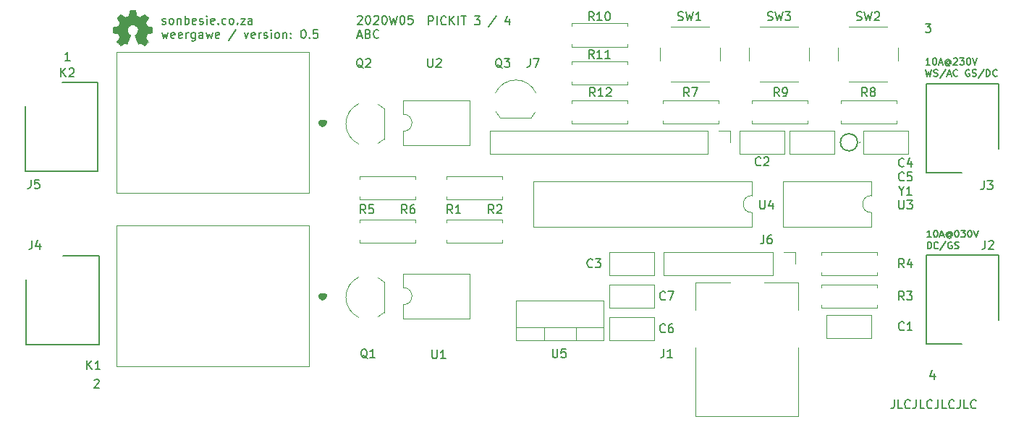
<source format=gbr>
G04 #@! TF.GenerationSoftware,KiCad,Pcbnew,(5.1.6)-1*
G04 #@! TF.CreationDate,2020-08-24T17:46:23+02:00*
G04 #@! TF.ProjectId,timer,74696d65-722e-46b6-9963-61645f706362,1*
G04 #@! TF.SameCoordinates,Original*
G04 #@! TF.FileFunction,Legend,Top*
G04 #@! TF.FilePolarity,Positive*
%FSLAX46Y46*%
G04 Gerber Fmt 4.6, Leading zero omitted, Abs format (unit mm)*
G04 Created by KiCad (PCBNEW (5.1.6)-1) date 2020-08-24 17:46:23*
%MOMM*%
%LPD*%
G01*
G04 APERTURE LIST*
%ADD10C,0.150000*%
%ADD11C,0.010000*%
%ADD12C,0.120000*%
%ADD13C,0.200000*%
%ADD14C,0.100000*%
%ADD15C,0.800000*%
G04 APERTURE END LIST*
D10*
X128611904Y-61666380D02*
X128611904Y-60666380D01*
X128992857Y-60666380D01*
X129088095Y-60714000D01*
X129135714Y-60761619D01*
X129183333Y-60856857D01*
X129183333Y-60999714D01*
X129135714Y-61094952D01*
X129088095Y-61142571D01*
X128992857Y-61190190D01*
X128611904Y-61190190D01*
X129611904Y-61666380D02*
X129611904Y-60666380D01*
X130659523Y-61571142D02*
X130611904Y-61618761D01*
X130469047Y-61666380D01*
X130373809Y-61666380D01*
X130230952Y-61618761D01*
X130135714Y-61523523D01*
X130088095Y-61428285D01*
X130040476Y-61237809D01*
X130040476Y-61094952D01*
X130088095Y-60904476D01*
X130135714Y-60809238D01*
X130230952Y-60714000D01*
X130373809Y-60666380D01*
X130469047Y-60666380D01*
X130611904Y-60714000D01*
X130659523Y-60761619D01*
X131088095Y-61666380D02*
X131088095Y-60666380D01*
X131659523Y-61666380D02*
X131230952Y-61094952D01*
X131659523Y-60666380D02*
X131088095Y-61237809D01*
X132088095Y-61666380D02*
X132088095Y-60666380D01*
X132421428Y-60666380D02*
X132992857Y-60666380D01*
X132707142Y-61666380D02*
X132707142Y-60666380D01*
X133992857Y-60666380D02*
X134611904Y-60666380D01*
X134278571Y-61047333D01*
X134421428Y-61047333D01*
X134516666Y-61094952D01*
X134564285Y-61142571D01*
X134611904Y-61237809D01*
X134611904Y-61475904D01*
X134564285Y-61571142D01*
X134516666Y-61618761D01*
X134421428Y-61666380D01*
X134135714Y-61666380D01*
X134040476Y-61618761D01*
X133992857Y-61571142D01*
X136516666Y-60618761D02*
X135659523Y-61904476D01*
X138040476Y-60999714D02*
X138040476Y-61666380D01*
X137802380Y-60618761D02*
X137564285Y-61333047D01*
X138183333Y-61333047D01*
X187397023Y-86554904D02*
X186939880Y-86554904D01*
X187168452Y-86554904D02*
X187168452Y-85754904D01*
X187092261Y-85869190D01*
X187016071Y-85945380D01*
X186939880Y-85983476D01*
X187892261Y-85754904D02*
X187968452Y-85754904D01*
X188044642Y-85793000D01*
X188082738Y-85831095D01*
X188120833Y-85907285D01*
X188158928Y-86059666D01*
X188158928Y-86250142D01*
X188120833Y-86402523D01*
X188082738Y-86478714D01*
X188044642Y-86516809D01*
X187968452Y-86554904D01*
X187892261Y-86554904D01*
X187816071Y-86516809D01*
X187777976Y-86478714D01*
X187739880Y-86402523D01*
X187701785Y-86250142D01*
X187701785Y-86059666D01*
X187739880Y-85907285D01*
X187777976Y-85831095D01*
X187816071Y-85793000D01*
X187892261Y-85754904D01*
X188463690Y-86326333D02*
X188844642Y-86326333D01*
X188387500Y-86554904D02*
X188654166Y-85754904D01*
X188920833Y-86554904D01*
X189682738Y-86173952D02*
X189644642Y-86135857D01*
X189568452Y-86097761D01*
X189492261Y-86097761D01*
X189416071Y-86135857D01*
X189377976Y-86173952D01*
X189339880Y-86250142D01*
X189339880Y-86326333D01*
X189377976Y-86402523D01*
X189416071Y-86440619D01*
X189492261Y-86478714D01*
X189568452Y-86478714D01*
X189644642Y-86440619D01*
X189682738Y-86402523D01*
X189682738Y-86097761D02*
X189682738Y-86402523D01*
X189720833Y-86440619D01*
X189758928Y-86440619D01*
X189835119Y-86402523D01*
X189873214Y-86326333D01*
X189873214Y-86135857D01*
X189797023Y-86021571D01*
X189682738Y-85945380D01*
X189530357Y-85907285D01*
X189377976Y-85945380D01*
X189263690Y-86021571D01*
X189187500Y-86135857D01*
X189149404Y-86288238D01*
X189187500Y-86440619D01*
X189263690Y-86554904D01*
X189377976Y-86631095D01*
X189530357Y-86669190D01*
X189682738Y-86631095D01*
X189797023Y-86554904D01*
X190368452Y-85754904D02*
X190444642Y-85754904D01*
X190520833Y-85793000D01*
X190558928Y-85831095D01*
X190597023Y-85907285D01*
X190635119Y-86059666D01*
X190635119Y-86250142D01*
X190597023Y-86402523D01*
X190558928Y-86478714D01*
X190520833Y-86516809D01*
X190444642Y-86554904D01*
X190368452Y-86554904D01*
X190292261Y-86516809D01*
X190254166Y-86478714D01*
X190216071Y-86402523D01*
X190177976Y-86250142D01*
X190177976Y-86059666D01*
X190216071Y-85907285D01*
X190254166Y-85831095D01*
X190292261Y-85793000D01*
X190368452Y-85754904D01*
X190901785Y-85754904D02*
X191397023Y-85754904D01*
X191130357Y-86059666D01*
X191244642Y-86059666D01*
X191320833Y-86097761D01*
X191358928Y-86135857D01*
X191397023Y-86212047D01*
X191397023Y-86402523D01*
X191358928Y-86478714D01*
X191320833Y-86516809D01*
X191244642Y-86554904D01*
X191016071Y-86554904D01*
X190939880Y-86516809D01*
X190901785Y-86478714D01*
X191892261Y-85754904D02*
X191968452Y-85754904D01*
X192044642Y-85793000D01*
X192082738Y-85831095D01*
X192120833Y-85907285D01*
X192158928Y-86059666D01*
X192158928Y-86250142D01*
X192120833Y-86402523D01*
X192082738Y-86478714D01*
X192044642Y-86516809D01*
X191968452Y-86554904D01*
X191892261Y-86554904D01*
X191816071Y-86516809D01*
X191777976Y-86478714D01*
X191739880Y-86402523D01*
X191701785Y-86250142D01*
X191701785Y-86059666D01*
X191739880Y-85907285D01*
X191777976Y-85831095D01*
X191816071Y-85793000D01*
X191892261Y-85754904D01*
X192387500Y-85754904D02*
X192654166Y-86554904D01*
X192920833Y-85754904D01*
X186977976Y-87904904D02*
X186977976Y-87104904D01*
X187168452Y-87104904D01*
X187282738Y-87143000D01*
X187358928Y-87219190D01*
X187397023Y-87295380D01*
X187435119Y-87447761D01*
X187435119Y-87562047D01*
X187397023Y-87714428D01*
X187358928Y-87790619D01*
X187282738Y-87866809D01*
X187168452Y-87904904D01*
X186977976Y-87904904D01*
X188235119Y-87828714D02*
X188197023Y-87866809D01*
X188082738Y-87904904D01*
X188006547Y-87904904D01*
X187892261Y-87866809D01*
X187816071Y-87790619D01*
X187777976Y-87714428D01*
X187739880Y-87562047D01*
X187739880Y-87447761D01*
X187777976Y-87295380D01*
X187816071Y-87219190D01*
X187892261Y-87143000D01*
X188006547Y-87104904D01*
X188082738Y-87104904D01*
X188197023Y-87143000D01*
X188235119Y-87181095D01*
X189149404Y-87066809D02*
X188463690Y-88095380D01*
X189835119Y-87143000D02*
X189758928Y-87104904D01*
X189644642Y-87104904D01*
X189530357Y-87143000D01*
X189454166Y-87219190D01*
X189416071Y-87295380D01*
X189377976Y-87447761D01*
X189377976Y-87562047D01*
X189416071Y-87714428D01*
X189454166Y-87790619D01*
X189530357Y-87866809D01*
X189644642Y-87904904D01*
X189720833Y-87904904D01*
X189835119Y-87866809D01*
X189873214Y-87828714D01*
X189873214Y-87562047D01*
X189720833Y-87562047D01*
X190177976Y-87866809D02*
X190292261Y-87904904D01*
X190482738Y-87904904D01*
X190558928Y-87866809D01*
X190597023Y-87828714D01*
X190635119Y-87752523D01*
X190635119Y-87676333D01*
X190597023Y-87600142D01*
X190558928Y-87562047D01*
X190482738Y-87523952D01*
X190330357Y-87485857D01*
X190254166Y-87447761D01*
X190216071Y-87409666D01*
X190177976Y-87333476D01*
X190177976Y-87257285D01*
X190216071Y-87181095D01*
X190254166Y-87143000D01*
X190330357Y-87104904D01*
X190520833Y-87104904D01*
X190635119Y-87143000D01*
X187270023Y-66361904D02*
X186812880Y-66361904D01*
X187041452Y-66361904D02*
X187041452Y-65561904D01*
X186965261Y-65676190D01*
X186889071Y-65752380D01*
X186812880Y-65790476D01*
X187765261Y-65561904D02*
X187841452Y-65561904D01*
X187917642Y-65600000D01*
X187955738Y-65638095D01*
X187993833Y-65714285D01*
X188031928Y-65866666D01*
X188031928Y-66057142D01*
X187993833Y-66209523D01*
X187955738Y-66285714D01*
X187917642Y-66323809D01*
X187841452Y-66361904D01*
X187765261Y-66361904D01*
X187689071Y-66323809D01*
X187650976Y-66285714D01*
X187612880Y-66209523D01*
X187574785Y-66057142D01*
X187574785Y-65866666D01*
X187612880Y-65714285D01*
X187650976Y-65638095D01*
X187689071Y-65600000D01*
X187765261Y-65561904D01*
X188336690Y-66133333D02*
X188717642Y-66133333D01*
X188260500Y-66361904D02*
X188527166Y-65561904D01*
X188793833Y-66361904D01*
X189555738Y-65980952D02*
X189517642Y-65942857D01*
X189441452Y-65904761D01*
X189365261Y-65904761D01*
X189289071Y-65942857D01*
X189250976Y-65980952D01*
X189212880Y-66057142D01*
X189212880Y-66133333D01*
X189250976Y-66209523D01*
X189289071Y-66247619D01*
X189365261Y-66285714D01*
X189441452Y-66285714D01*
X189517642Y-66247619D01*
X189555738Y-66209523D01*
X189555738Y-65904761D02*
X189555738Y-66209523D01*
X189593833Y-66247619D01*
X189631928Y-66247619D01*
X189708119Y-66209523D01*
X189746214Y-66133333D01*
X189746214Y-65942857D01*
X189670023Y-65828571D01*
X189555738Y-65752380D01*
X189403357Y-65714285D01*
X189250976Y-65752380D01*
X189136690Y-65828571D01*
X189060500Y-65942857D01*
X189022404Y-66095238D01*
X189060500Y-66247619D01*
X189136690Y-66361904D01*
X189250976Y-66438095D01*
X189403357Y-66476190D01*
X189555738Y-66438095D01*
X189670023Y-66361904D01*
X190050976Y-65638095D02*
X190089071Y-65600000D01*
X190165261Y-65561904D01*
X190355738Y-65561904D01*
X190431928Y-65600000D01*
X190470023Y-65638095D01*
X190508119Y-65714285D01*
X190508119Y-65790476D01*
X190470023Y-65904761D01*
X190012880Y-66361904D01*
X190508119Y-66361904D01*
X190774785Y-65561904D02*
X191270023Y-65561904D01*
X191003357Y-65866666D01*
X191117642Y-65866666D01*
X191193833Y-65904761D01*
X191231928Y-65942857D01*
X191270023Y-66019047D01*
X191270023Y-66209523D01*
X191231928Y-66285714D01*
X191193833Y-66323809D01*
X191117642Y-66361904D01*
X190889071Y-66361904D01*
X190812880Y-66323809D01*
X190774785Y-66285714D01*
X191765261Y-65561904D02*
X191841452Y-65561904D01*
X191917642Y-65600000D01*
X191955738Y-65638095D01*
X191993833Y-65714285D01*
X192031928Y-65866666D01*
X192031928Y-66057142D01*
X191993833Y-66209523D01*
X191955738Y-66285714D01*
X191917642Y-66323809D01*
X191841452Y-66361904D01*
X191765261Y-66361904D01*
X191689071Y-66323809D01*
X191650976Y-66285714D01*
X191612880Y-66209523D01*
X191574785Y-66057142D01*
X191574785Y-65866666D01*
X191612880Y-65714285D01*
X191650976Y-65638095D01*
X191689071Y-65600000D01*
X191765261Y-65561904D01*
X192260500Y-65561904D02*
X192527166Y-66361904D01*
X192793833Y-65561904D01*
X186774785Y-66911904D02*
X186965261Y-67711904D01*
X187117642Y-67140476D01*
X187270023Y-67711904D01*
X187460500Y-66911904D01*
X187727166Y-67673809D02*
X187841452Y-67711904D01*
X188031928Y-67711904D01*
X188108119Y-67673809D01*
X188146214Y-67635714D01*
X188184309Y-67559523D01*
X188184309Y-67483333D01*
X188146214Y-67407142D01*
X188108119Y-67369047D01*
X188031928Y-67330952D01*
X187879547Y-67292857D01*
X187803357Y-67254761D01*
X187765261Y-67216666D01*
X187727166Y-67140476D01*
X187727166Y-67064285D01*
X187765261Y-66988095D01*
X187803357Y-66950000D01*
X187879547Y-66911904D01*
X188070023Y-66911904D01*
X188184309Y-66950000D01*
X189098595Y-66873809D02*
X188412880Y-67902380D01*
X189327166Y-67483333D02*
X189708119Y-67483333D01*
X189250976Y-67711904D02*
X189517642Y-66911904D01*
X189784309Y-67711904D01*
X190508119Y-67635714D02*
X190470023Y-67673809D01*
X190355738Y-67711904D01*
X190279547Y-67711904D01*
X190165261Y-67673809D01*
X190089071Y-67597619D01*
X190050976Y-67521428D01*
X190012880Y-67369047D01*
X190012880Y-67254761D01*
X190050976Y-67102380D01*
X190089071Y-67026190D01*
X190165261Y-66950000D01*
X190279547Y-66911904D01*
X190355738Y-66911904D01*
X190470023Y-66950000D01*
X190508119Y-66988095D01*
X191879547Y-66950000D02*
X191803357Y-66911904D01*
X191689071Y-66911904D01*
X191574785Y-66950000D01*
X191498595Y-67026190D01*
X191460500Y-67102380D01*
X191422404Y-67254761D01*
X191422404Y-67369047D01*
X191460500Y-67521428D01*
X191498595Y-67597619D01*
X191574785Y-67673809D01*
X191689071Y-67711904D01*
X191765261Y-67711904D01*
X191879547Y-67673809D01*
X191917642Y-67635714D01*
X191917642Y-67369047D01*
X191765261Y-67369047D01*
X192222404Y-67673809D02*
X192336690Y-67711904D01*
X192527166Y-67711904D01*
X192603357Y-67673809D01*
X192641452Y-67635714D01*
X192679547Y-67559523D01*
X192679547Y-67483333D01*
X192641452Y-67407142D01*
X192603357Y-67369047D01*
X192527166Y-67330952D01*
X192374785Y-67292857D01*
X192298595Y-67254761D01*
X192260500Y-67216666D01*
X192222404Y-67140476D01*
X192222404Y-67064285D01*
X192260500Y-66988095D01*
X192298595Y-66950000D01*
X192374785Y-66911904D01*
X192565261Y-66911904D01*
X192679547Y-66950000D01*
X193593833Y-66873809D02*
X192908119Y-67902380D01*
X193860500Y-67711904D02*
X193860500Y-66911904D01*
X194050976Y-66911904D01*
X194165261Y-66950000D01*
X194241452Y-67026190D01*
X194279547Y-67102380D01*
X194317642Y-67254761D01*
X194317642Y-67369047D01*
X194279547Y-67521428D01*
X194241452Y-67597619D01*
X194165261Y-67673809D01*
X194050976Y-67711904D01*
X193860500Y-67711904D01*
X195117642Y-67635714D02*
X195079547Y-67673809D01*
X194965261Y-67711904D01*
X194889071Y-67711904D01*
X194774785Y-67673809D01*
X194698595Y-67597619D01*
X194660500Y-67521428D01*
X194622404Y-67369047D01*
X194622404Y-67254761D01*
X194660500Y-67102380D01*
X194698595Y-67026190D01*
X194774785Y-66950000D01*
X194889071Y-66911904D01*
X194965261Y-66911904D01*
X195079547Y-66950000D01*
X195117642Y-66988095D01*
X120302976Y-60698619D02*
X120350595Y-60651000D01*
X120445833Y-60603380D01*
X120683928Y-60603380D01*
X120779166Y-60651000D01*
X120826785Y-60698619D01*
X120874404Y-60793857D01*
X120874404Y-60889095D01*
X120826785Y-61031952D01*
X120255357Y-61603380D01*
X120874404Y-61603380D01*
X121493452Y-60603380D02*
X121588690Y-60603380D01*
X121683928Y-60651000D01*
X121731547Y-60698619D01*
X121779166Y-60793857D01*
X121826785Y-60984333D01*
X121826785Y-61222428D01*
X121779166Y-61412904D01*
X121731547Y-61508142D01*
X121683928Y-61555761D01*
X121588690Y-61603380D01*
X121493452Y-61603380D01*
X121398214Y-61555761D01*
X121350595Y-61508142D01*
X121302976Y-61412904D01*
X121255357Y-61222428D01*
X121255357Y-60984333D01*
X121302976Y-60793857D01*
X121350595Y-60698619D01*
X121398214Y-60651000D01*
X121493452Y-60603380D01*
X122207738Y-60698619D02*
X122255357Y-60651000D01*
X122350595Y-60603380D01*
X122588690Y-60603380D01*
X122683928Y-60651000D01*
X122731547Y-60698619D01*
X122779166Y-60793857D01*
X122779166Y-60889095D01*
X122731547Y-61031952D01*
X122160119Y-61603380D01*
X122779166Y-61603380D01*
X123398214Y-60603380D02*
X123493452Y-60603380D01*
X123588690Y-60651000D01*
X123636309Y-60698619D01*
X123683928Y-60793857D01*
X123731547Y-60984333D01*
X123731547Y-61222428D01*
X123683928Y-61412904D01*
X123636309Y-61508142D01*
X123588690Y-61555761D01*
X123493452Y-61603380D01*
X123398214Y-61603380D01*
X123302976Y-61555761D01*
X123255357Y-61508142D01*
X123207738Y-61412904D01*
X123160119Y-61222428D01*
X123160119Y-60984333D01*
X123207738Y-60793857D01*
X123255357Y-60698619D01*
X123302976Y-60651000D01*
X123398214Y-60603380D01*
X124064880Y-60603380D02*
X124302976Y-61603380D01*
X124493452Y-60889095D01*
X124683928Y-61603380D01*
X124922023Y-60603380D01*
X125493452Y-60603380D02*
X125588690Y-60603380D01*
X125683928Y-60651000D01*
X125731547Y-60698619D01*
X125779166Y-60793857D01*
X125826785Y-60984333D01*
X125826785Y-61222428D01*
X125779166Y-61412904D01*
X125731547Y-61508142D01*
X125683928Y-61555761D01*
X125588690Y-61603380D01*
X125493452Y-61603380D01*
X125398214Y-61555761D01*
X125350595Y-61508142D01*
X125302976Y-61412904D01*
X125255357Y-61222428D01*
X125255357Y-60984333D01*
X125302976Y-60793857D01*
X125350595Y-60698619D01*
X125398214Y-60651000D01*
X125493452Y-60603380D01*
X126731547Y-60603380D02*
X126255357Y-60603380D01*
X126207738Y-61079571D01*
X126255357Y-61031952D01*
X126350595Y-60984333D01*
X126588690Y-60984333D01*
X126683928Y-61031952D01*
X126731547Y-61079571D01*
X126779166Y-61174809D01*
X126779166Y-61412904D01*
X126731547Y-61508142D01*
X126683928Y-61555761D01*
X126588690Y-61603380D01*
X126350595Y-61603380D01*
X126255357Y-61555761D01*
X126207738Y-61508142D01*
X120302976Y-62967666D02*
X120779166Y-62967666D01*
X120207738Y-63253380D02*
X120541071Y-62253380D01*
X120874404Y-63253380D01*
X121541071Y-62729571D02*
X121683928Y-62777190D01*
X121731547Y-62824809D01*
X121779166Y-62920047D01*
X121779166Y-63062904D01*
X121731547Y-63158142D01*
X121683928Y-63205761D01*
X121588690Y-63253380D01*
X121207738Y-63253380D01*
X121207738Y-62253380D01*
X121541071Y-62253380D01*
X121636309Y-62301000D01*
X121683928Y-62348619D01*
X121731547Y-62443857D01*
X121731547Y-62539095D01*
X121683928Y-62634333D01*
X121636309Y-62681952D01*
X121541071Y-62729571D01*
X121207738Y-62729571D01*
X122779166Y-63158142D02*
X122731547Y-63205761D01*
X122588690Y-63253380D01*
X122493452Y-63253380D01*
X122350595Y-63205761D01*
X122255357Y-63110523D01*
X122207738Y-63015285D01*
X122160119Y-62824809D01*
X122160119Y-62681952D01*
X122207738Y-62491476D01*
X122255357Y-62396238D01*
X122350595Y-62301000D01*
X122493452Y-62253380D01*
X122588690Y-62253380D01*
X122731547Y-62301000D01*
X122779166Y-62348619D01*
X97442976Y-61555761D02*
X97538214Y-61603380D01*
X97728690Y-61603380D01*
X97823928Y-61555761D01*
X97871547Y-61460523D01*
X97871547Y-61412904D01*
X97823928Y-61317666D01*
X97728690Y-61270047D01*
X97585833Y-61270047D01*
X97490595Y-61222428D01*
X97442976Y-61127190D01*
X97442976Y-61079571D01*
X97490595Y-60984333D01*
X97585833Y-60936714D01*
X97728690Y-60936714D01*
X97823928Y-60984333D01*
X98442976Y-61603380D02*
X98347738Y-61555761D01*
X98300119Y-61508142D01*
X98252500Y-61412904D01*
X98252500Y-61127190D01*
X98300119Y-61031952D01*
X98347738Y-60984333D01*
X98442976Y-60936714D01*
X98585833Y-60936714D01*
X98681071Y-60984333D01*
X98728690Y-61031952D01*
X98776309Y-61127190D01*
X98776309Y-61412904D01*
X98728690Y-61508142D01*
X98681071Y-61555761D01*
X98585833Y-61603380D01*
X98442976Y-61603380D01*
X99204880Y-60936714D02*
X99204880Y-61603380D01*
X99204880Y-61031952D02*
X99252500Y-60984333D01*
X99347738Y-60936714D01*
X99490595Y-60936714D01*
X99585833Y-60984333D01*
X99633452Y-61079571D01*
X99633452Y-61603380D01*
X100109642Y-61603380D02*
X100109642Y-60603380D01*
X100109642Y-60984333D02*
X100204880Y-60936714D01*
X100395357Y-60936714D01*
X100490595Y-60984333D01*
X100538214Y-61031952D01*
X100585833Y-61127190D01*
X100585833Y-61412904D01*
X100538214Y-61508142D01*
X100490595Y-61555761D01*
X100395357Y-61603380D01*
X100204880Y-61603380D01*
X100109642Y-61555761D01*
X101395357Y-61555761D02*
X101300119Y-61603380D01*
X101109642Y-61603380D01*
X101014404Y-61555761D01*
X100966785Y-61460523D01*
X100966785Y-61079571D01*
X101014404Y-60984333D01*
X101109642Y-60936714D01*
X101300119Y-60936714D01*
X101395357Y-60984333D01*
X101442976Y-61079571D01*
X101442976Y-61174809D01*
X100966785Y-61270047D01*
X101823928Y-61555761D02*
X101919166Y-61603380D01*
X102109642Y-61603380D01*
X102204880Y-61555761D01*
X102252500Y-61460523D01*
X102252500Y-61412904D01*
X102204880Y-61317666D01*
X102109642Y-61270047D01*
X101966785Y-61270047D01*
X101871547Y-61222428D01*
X101823928Y-61127190D01*
X101823928Y-61079571D01*
X101871547Y-60984333D01*
X101966785Y-60936714D01*
X102109642Y-60936714D01*
X102204880Y-60984333D01*
X102681071Y-61603380D02*
X102681071Y-60936714D01*
X102681071Y-60603380D02*
X102633452Y-60651000D01*
X102681071Y-60698619D01*
X102728690Y-60651000D01*
X102681071Y-60603380D01*
X102681071Y-60698619D01*
X103538214Y-61555761D02*
X103442976Y-61603380D01*
X103252500Y-61603380D01*
X103157261Y-61555761D01*
X103109642Y-61460523D01*
X103109642Y-61079571D01*
X103157261Y-60984333D01*
X103252500Y-60936714D01*
X103442976Y-60936714D01*
X103538214Y-60984333D01*
X103585833Y-61079571D01*
X103585833Y-61174809D01*
X103109642Y-61270047D01*
X104014404Y-61508142D02*
X104062023Y-61555761D01*
X104014404Y-61603380D01*
X103966785Y-61555761D01*
X104014404Y-61508142D01*
X104014404Y-61603380D01*
X104919166Y-61555761D02*
X104823928Y-61603380D01*
X104633452Y-61603380D01*
X104538214Y-61555761D01*
X104490595Y-61508142D01*
X104442976Y-61412904D01*
X104442976Y-61127190D01*
X104490595Y-61031952D01*
X104538214Y-60984333D01*
X104633452Y-60936714D01*
X104823928Y-60936714D01*
X104919166Y-60984333D01*
X105490595Y-61603380D02*
X105395357Y-61555761D01*
X105347738Y-61508142D01*
X105300119Y-61412904D01*
X105300119Y-61127190D01*
X105347738Y-61031952D01*
X105395357Y-60984333D01*
X105490595Y-60936714D01*
X105633452Y-60936714D01*
X105728690Y-60984333D01*
X105776309Y-61031952D01*
X105823928Y-61127190D01*
X105823928Y-61412904D01*
X105776309Y-61508142D01*
X105728690Y-61555761D01*
X105633452Y-61603380D01*
X105490595Y-61603380D01*
X106252500Y-61508142D02*
X106300119Y-61555761D01*
X106252500Y-61603380D01*
X106204880Y-61555761D01*
X106252500Y-61508142D01*
X106252500Y-61603380D01*
X106633452Y-60936714D02*
X107157261Y-60936714D01*
X106633452Y-61603380D01*
X107157261Y-61603380D01*
X107966785Y-61603380D02*
X107966785Y-61079571D01*
X107919166Y-60984333D01*
X107823928Y-60936714D01*
X107633452Y-60936714D01*
X107538214Y-60984333D01*
X107966785Y-61555761D02*
X107871547Y-61603380D01*
X107633452Y-61603380D01*
X107538214Y-61555761D01*
X107490595Y-61460523D01*
X107490595Y-61365285D01*
X107538214Y-61270047D01*
X107633452Y-61222428D01*
X107871547Y-61222428D01*
X107966785Y-61174809D01*
X97395357Y-62586714D02*
X97585833Y-63253380D01*
X97776309Y-62777190D01*
X97966785Y-63253380D01*
X98157261Y-62586714D01*
X98919166Y-63205761D02*
X98823928Y-63253380D01*
X98633452Y-63253380D01*
X98538214Y-63205761D01*
X98490595Y-63110523D01*
X98490595Y-62729571D01*
X98538214Y-62634333D01*
X98633452Y-62586714D01*
X98823928Y-62586714D01*
X98919166Y-62634333D01*
X98966785Y-62729571D01*
X98966785Y-62824809D01*
X98490595Y-62920047D01*
X99776309Y-63205761D02*
X99681071Y-63253380D01*
X99490595Y-63253380D01*
X99395357Y-63205761D01*
X99347738Y-63110523D01*
X99347738Y-62729571D01*
X99395357Y-62634333D01*
X99490595Y-62586714D01*
X99681071Y-62586714D01*
X99776309Y-62634333D01*
X99823928Y-62729571D01*
X99823928Y-62824809D01*
X99347738Y-62920047D01*
X100252500Y-63253380D02*
X100252500Y-62586714D01*
X100252500Y-62777190D02*
X100300119Y-62681952D01*
X100347738Y-62634333D01*
X100442976Y-62586714D01*
X100538214Y-62586714D01*
X101300119Y-62586714D02*
X101300119Y-63396238D01*
X101252500Y-63491476D01*
X101204880Y-63539095D01*
X101109642Y-63586714D01*
X100966785Y-63586714D01*
X100871547Y-63539095D01*
X101300119Y-63205761D02*
X101204880Y-63253380D01*
X101014404Y-63253380D01*
X100919166Y-63205761D01*
X100871547Y-63158142D01*
X100823928Y-63062904D01*
X100823928Y-62777190D01*
X100871547Y-62681952D01*
X100919166Y-62634333D01*
X101014404Y-62586714D01*
X101204880Y-62586714D01*
X101300119Y-62634333D01*
X102204880Y-63253380D02*
X102204880Y-62729571D01*
X102157261Y-62634333D01*
X102062023Y-62586714D01*
X101871547Y-62586714D01*
X101776309Y-62634333D01*
X102204880Y-63205761D02*
X102109642Y-63253380D01*
X101871547Y-63253380D01*
X101776309Y-63205761D01*
X101728690Y-63110523D01*
X101728690Y-63015285D01*
X101776309Y-62920047D01*
X101871547Y-62872428D01*
X102109642Y-62872428D01*
X102204880Y-62824809D01*
X102585833Y-62586714D02*
X102776309Y-63253380D01*
X102966785Y-62777190D01*
X103157261Y-63253380D01*
X103347738Y-62586714D01*
X104109642Y-63205761D02*
X104014404Y-63253380D01*
X103823928Y-63253380D01*
X103728690Y-63205761D01*
X103681071Y-63110523D01*
X103681071Y-62729571D01*
X103728690Y-62634333D01*
X103823928Y-62586714D01*
X104014404Y-62586714D01*
X104109642Y-62634333D01*
X104157261Y-62729571D01*
X104157261Y-62824809D01*
X103681071Y-62920047D01*
X106062023Y-62205761D02*
X105204880Y-63491476D01*
X107062023Y-62586714D02*
X107300119Y-63253380D01*
X107538214Y-62586714D01*
X108300119Y-63205761D02*
X108204880Y-63253380D01*
X108014404Y-63253380D01*
X107919166Y-63205761D01*
X107871547Y-63110523D01*
X107871547Y-62729571D01*
X107919166Y-62634333D01*
X108014404Y-62586714D01*
X108204880Y-62586714D01*
X108300119Y-62634333D01*
X108347738Y-62729571D01*
X108347738Y-62824809D01*
X107871547Y-62920047D01*
X108776309Y-63253380D02*
X108776309Y-62586714D01*
X108776309Y-62777190D02*
X108823928Y-62681952D01*
X108871547Y-62634333D01*
X108966785Y-62586714D01*
X109062023Y-62586714D01*
X109347738Y-63205761D02*
X109442976Y-63253380D01*
X109633452Y-63253380D01*
X109728690Y-63205761D01*
X109776309Y-63110523D01*
X109776309Y-63062904D01*
X109728690Y-62967666D01*
X109633452Y-62920047D01*
X109490595Y-62920047D01*
X109395357Y-62872428D01*
X109347738Y-62777190D01*
X109347738Y-62729571D01*
X109395357Y-62634333D01*
X109490595Y-62586714D01*
X109633452Y-62586714D01*
X109728690Y-62634333D01*
X110204880Y-63253380D02*
X110204880Y-62586714D01*
X110204880Y-62253380D02*
X110157261Y-62301000D01*
X110204880Y-62348619D01*
X110252500Y-62301000D01*
X110204880Y-62253380D01*
X110204880Y-62348619D01*
X110823928Y-63253380D02*
X110728690Y-63205761D01*
X110681071Y-63158142D01*
X110633452Y-63062904D01*
X110633452Y-62777190D01*
X110681071Y-62681952D01*
X110728690Y-62634333D01*
X110823928Y-62586714D01*
X110966785Y-62586714D01*
X111062023Y-62634333D01*
X111109642Y-62681952D01*
X111157261Y-62777190D01*
X111157261Y-63062904D01*
X111109642Y-63158142D01*
X111062023Y-63205761D01*
X110966785Y-63253380D01*
X110823928Y-63253380D01*
X111585833Y-62586714D02*
X111585833Y-63253380D01*
X111585833Y-62681952D02*
X111633452Y-62634333D01*
X111728690Y-62586714D01*
X111871547Y-62586714D01*
X111966785Y-62634333D01*
X112014404Y-62729571D01*
X112014404Y-63253380D01*
X112490595Y-63158142D02*
X112538214Y-63205761D01*
X112490595Y-63253380D01*
X112442976Y-63205761D01*
X112490595Y-63158142D01*
X112490595Y-63253380D01*
X112490595Y-62634333D02*
X112538214Y-62681952D01*
X112490595Y-62729571D01*
X112442976Y-62681952D01*
X112490595Y-62634333D01*
X112490595Y-62729571D01*
X113919166Y-62253380D02*
X114014404Y-62253380D01*
X114109642Y-62301000D01*
X114157261Y-62348619D01*
X114204880Y-62443857D01*
X114252500Y-62634333D01*
X114252500Y-62872428D01*
X114204880Y-63062904D01*
X114157261Y-63158142D01*
X114109642Y-63205761D01*
X114014404Y-63253380D01*
X113919166Y-63253380D01*
X113823928Y-63205761D01*
X113776309Y-63158142D01*
X113728690Y-63062904D01*
X113681071Y-62872428D01*
X113681071Y-62634333D01*
X113728690Y-62443857D01*
X113776309Y-62348619D01*
X113823928Y-62301000D01*
X113919166Y-62253380D01*
X114681071Y-63158142D02*
X114728690Y-63205761D01*
X114681071Y-63253380D01*
X114633452Y-63205761D01*
X114681071Y-63158142D01*
X114681071Y-63253380D01*
X115633452Y-62253380D02*
X115157261Y-62253380D01*
X115109642Y-62729571D01*
X115157261Y-62681952D01*
X115252500Y-62634333D01*
X115490595Y-62634333D01*
X115585833Y-62681952D01*
X115633452Y-62729571D01*
X115681071Y-62824809D01*
X115681071Y-63062904D01*
X115633452Y-63158142D01*
X115585833Y-63205761D01*
X115490595Y-63253380D01*
X115252500Y-63253380D01*
X115157261Y-63205761D01*
X115109642Y-63158142D01*
X183086952Y-105624380D02*
X183086952Y-106338666D01*
X183039333Y-106481523D01*
X182944095Y-106576761D01*
X182801238Y-106624380D01*
X182706000Y-106624380D01*
X184039333Y-106624380D02*
X183563142Y-106624380D01*
X183563142Y-105624380D01*
X184944095Y-106529142D02*
X184896476Y-106576761D01*
X184753619Y-106624380D01*
X184658380Y-106624380D01*
X184515523Y-106576761D01*
X184420285Y-106481523D01*
X184372666Y-106386285D01*
X184325047Y-106195809D01*
X184325047Y-106052952D01*
X184372666Y-105862476D01*
X184420285Y-105767238D01*
X184515523Y-105672000D01*
X184658380Y-105624380D01*
X184753619Y-105624380D01*
X184896476Y-105672000D01*
X184944095Y-105719619D01*
X185658380Y-105624380D02*
X185658380Y-106338666D01*
X185610761Y-106481523D01*
X185515523Y-106576761D01*
X185372666Y-106624380D01*
X185277428Y-106624380D01*
X186610761Y-106624380D02*
X186134571Y-106624380D01*
X186134571Y-105624380D01*
X187515523Y-106529142D02*
X187467904Y-106576761D01*
X187325047Y-106624380D01*
X187229809Y-106624380D01*
X187086952Y-106576761D01*
X186991714Y-106481523D01*
X186944095Y-106386285D01*
X186896476Y-106195809D01*
X186896476Y-106052952D01*
X186944095Y-105862476D01*
X186991714Y-105767238D01*
X187086952Y-105672000D01*
X187229809Y-105624380D01*
X187325047Y-105624380D01*
X187467904Y-105672000D01*
X187515523Y-105719619D01*
X188229809Y-105624380D02*
X188229809Y-106338666D01*
X188182190Y-106481523D01*
X188086952Y-106576761D01*
X187944095Y-106624380D01*
X187848857Y-106624380D01*
X189182190Y-106624380D02*
X188706000Y-106624380D01*
X188706000Y-105624380D01*
X190086952Y-106529142D02*
X190039333Y-106576761D01*
X189896476Y-106624380D01*
X189801238Y-106624380D01*
X189658380Y-106576761D01*
X189563142Y-106481523D01*
X189515523Y-106386285D01*
X189467904Y-106195809D01*
X189467904Y-106052952D01*
X189515523Y-105862476D01*
X189563142Y-105767238D01*
X189658380Y-105672000D01*
X189801238Y-105624380D01*
X189896476Y-105624380D01*
X190039333Y-105672000D01*
X190086952Y-105719619D01*
X190801238Y-105624380D02*
X190801238Y-106338666D01*
X190753619Y-106481523D01*
X190658380Y-106576761D01*
X190515523Y-106624380D01*
X190420285Y-106624380D01*
X191753619Y-106624380D02*
X191277428Y-106624380D01*
X191277428Y-105624380D01*
X192658380Y-106529142D02*
X192610761Y-106576761D01*
X192467904Y-106624380D01*
X192372666Y-106624380D01*
X192229809Y-106576761D01*
X192134571Y-106481523D01*
X192086952Y-106386285D01*
X192039333Y-106195809D01*
X192039333Y-106052952D01*
X192086952Y-105862476D01*
X192134571Y-105767238D01*
X192229809Y-105672000D01*
X192372666Y-105624380D01*
X192467904Y-105624380D01*
X192610761Y-105672000D01*
X192658380Y-105719619D01*
D11*
G36*
X94083910Y-59980348D02*
G01*
X94162454Y-59980778D01*
X94219298Y-59981942D01*
X94258105Y-59984207D01*
X94282538Y-59987940D01*
X94296262Y-59993506D01*
X94302940Y-60001273D01*
X94306236Y-60011605D01*
X94306556Y-60012943D01*
X94311562Y-60037079D01*
X94320829Y-60084701D01*
X94333392Y-60150741D01*
X94348287Y-60230128D01*
X94364551Y-60317796D01*
X94365119Y-60320875D01*
X94381410Y-60406789D01*
X94396652Y-60482696D01*
X94409861Y-60544045D01*
X94420054Y-60586282D01*
X94426248Y-60604855D01*
X94426543Y-60605184D01*
X94444788Y-60614253D01*
X94482405Y-60629367D01*
X94531271Y-60647262D01*
X94531543Y-60647358D01*
X94593093Y-60670493D01*
X94665657Y-60699965D01*
X94734057Y-60729597D01*
X94737294Y-60731062D01*
X94848702Y-60781626D01*
X95095399Y-60613160D01*
X95171077Y-60561803D01*
X95239631Y-60515889D01*
X95297088Y-60478030D01*
X95339476Y-60450837D01*
X95362825Y-60436921D01*
X95365042Y-60435889D01*
X95382010Y-60440484D01*
X95413701Y-60462655D01*
X95461352Y-60503447D01*
X95526198Y-60563905D01*
X95592397Y-60628227D01*
X95656214Y-60691612D01*
X95713329Y-60749451D01*
X95760305Y-60798175D01*
X95793703Y-60834210D01*
X95810085Y-60853984D01*
X95810694Y-60855002D01*
X95812505Y-60868572D01*
X95805683Y-60890733D01*
X95788540Y-60924478D01*
X95759393Y-60972800D01*
X95716555Y-61038692D01*
X95659448Y-61123517D01*
X95608766Y-61198177D01*
X95563461Y-61265140D01*
X95526150Y-61320516D01*
X95499452Y-61360420D01*
X95485985Y-61380962D01*
X95485137Y-61382356D01*
X95486781Y-61402038D01*
X95499245Y-61440293D01*
X95520048Y-61489889D01*
X95527462Y-61505728D01*
X95559814Y-61576290D01*
X95594328Y-61656353D01*
X95622365Y-61725629D01*
X95642568Y-61777045D01*
X95658615Y-61816119D01*
X95667888Y-61836541D01*
X95669041Y-61838114D01*
X95686096Y-61840721D01*
X95726298Y-61847863D01*
X95784302Y-61858523D01*
X95854763Y-61871685D01*
X95932335Y-61886333D01*
X96011672Y-61901449D01*
X96087431Y-61916018D01*
X96154264Y-61929022D01*
X96206828Y-61939445D01*
X96239776Y-61946270D01*
X96247857Y-61948199D01*
X96256205Y-61952962D01*
X96262506Y-61963718D01*
X96267045Y-61984098D01*
X96270104Y-62017734D01*
X96271967Y-62068255D01*
X96272918Y-62139292D01*
X96273240Y-62234476D01*
X96273257Y-62273492D01*
X96273257Y-62590799D01*
X96197057Y-62605839D01*
X96154663Y-62613995D01*
X96091400Y-62625899D01*
X96014962Y-62640116D01*
X95933043Y-62655210D01*
X95910400Y-62659355D01*
X95834806Y-62674053D01*
X95768953Y-62688505D01*
X95718366Y-62701375D01*
X95688574Y-62711322D01*
X95683612Y-62714287D01*
X95671426Y-62735283D01*
X95653953Y-62775967D01*
X95634577Y-62828322D01*
X95630734Y-62839600D01*
X95605339Y-62909523D01*
X95573817Y-62988418D01*
X95542969Y-63059266D01*
X95542817Y-63059595D01*
X95491447Y-63170733D01*
X95660399Y-63419253D01*
X95829352Y-63667772D01*
X95612429Y-63885058D01*
X95546819Y-63949726D01*
X95486979Y-64006733D01*
X95436267Y-64053033D01*
X95398046Y-64085584D01*
X95375675Y-64101343D01*
X95372466Y-64102343D01*
X95353626Y-64094469D01*
X95315180Y-64072578D01*
X95261330Y-64039267D01*
X95196276Y-63997131D01*
X95125940Y-63949943D01*
X95054555Y-63901810D01*
X94990908Y-63859928D01*
X94939041Y-63826871D01*
X94902995Y-63805218D01*
X94886867Y-63797543D01*
X94867189Y-63804037D01*
X94829875Y-63821150D01*
X94782621Y-63845326D01*
X94777612Y-63848013D01*
X94713977Y-63879927D01*
X94670341Y-63895579D01*
X94643202Y-63895745D01*
X94629057Y-63881204D01*
X94628975Y-63881000D01*
X94621905Y-63863779D01*
X94605042Y-63822899D01*
X94579695Y-63761525D01*
X94547171Y-63682819D01*
X94508778Y-63589947D01*
X94465822Y-63486072D01*
X94424222Y-63385502D01*
X94378504Y-63274516D01*
X94336526Y-63171703D01*
X94299548Y-63080215D01*
X94268827Y-63003201D01*
X94245622Y-62943815D01*
X94231190Y-62905209D01*
X94226743Y-62890800D01*
X94237896Y-62874272D01*
X94267069Y-62847930D01*
X94305971Y-62818887D01*
X94416757Y-62727039D01*
X94503351Y-62621759D01*
X94564716Y-62505266D01*
X94599815Y-62379776D01*
X94607608Y-62247507D01*
X94601943Y-62186457D01*
X94571078Y-62059795D01*
X94517920Y-61947941D01*
X94445767Y-61852001D01*
X94357917Y-61773076D01*
X94257665Y-61712270D01*
X94148310Y-61670687D01*
X94033147Y-61649428D01*
X93915475Y-61649599D01*
X93798590Y-61672301D01*
X93685789Y-61718638D01*
X93580369Y-61789713D01*
X93536368Y-61829911D01*
X93451979Y-61933129D01*
X93393222Y-62045925D01*
X93359704Y-62165010D01*
X93351035Y-62287095D01*
X93366823Y-62408893D01*
X93406678Y-62527116D01*
X93470207Y-62638475D01*
X93557021Y-62739684D01*
X93654029Y-62818887D01*
X93694437Y-62849162D01*
X93722982Y-62875219D01*
X93733257Y-62890825D01*
X93727877Y-62907843D01*
X93712575Y-62948500D01*
X93688612Y-63009642D01*
X93657244Y-63088119D01*
X93619732Y-63180780D01*
X93577333Y-63284472D01*
X93535663Y-63385526D01*
X93489690Y-63496607D01*
X93447107Y-63599541D01*
X93409221Y-63691165D01*
X93377340Y-63768316D01*
X93352771Y-63827831D01*
X93336820Y-63866544D01*
X93330910Y-63881000D01*
X93316948Y-63895685D01*
X93289940Y-63895642D01*
X93246413Y-63880099D01*
X93182890Y-63848284D01*
X93182388Y-63848013D01*
X93134560Y-63823323D01*
X93095897Y-63805338D01*
X93074095Y-63797614D01*
X93073133Y-63797543D01*
X93056721Y-63805378D01*
X93020487Y-63827165D01*
X92968474Y-63860328D01*
X92904725Y-63902291D01*
X92834060Y-63949943D01*
X92762116Y-63998191D01*
X92697274Y-64040151D01*
X92643735Y-64073227D01*
X92605697Y-64094821D01*
X92587533Y-64102343D01*
X92570808Y-64092457D01*
X92537180Y-64064826D01*
X92490010Y-64022495D01*
X92432658Y-63968505D01*
X92368484Y-63905899D01*
X92347497Y-63884983D01*
X92130499Y-63667623D01*
X92295668Y-63425220D01*
X92345864Y-63350781D01*
X92389919Y-63283972D01*
X92425362Y-63228665D01*
X92449719Y-63188729D01*
X92460522Y-63168036D01*
X92460838Y-63166563D01*
X92455143Y-63147058D01*
X92439826Y-63107822D01*
X92417537Y-63055430D01*
X92401893Y-63020355D01*
X92372641Y-62953201D01*
X92345094Y-62885358D01*
X92323737Y-62828034D01*
X92317935Y-62810572D01*
X92301452Y-62763938D01*
X92285340Y-62727905D01*
X92276490Y-62714287D01*
X92256960Y-62705952D01*
X92214334Y-62694137D01*
X92154145Y-62680181D01*
X92081922Y-62665422D01*
X92049600Y-62659355D01*
X91967522Y-62644273D01*
X91888795Y-62629669D01*
X91821109Y-62616980D01*
X91772160Y-62607642D01*
X91762943Y-62605839D01*
X91686743Y-62590799D01*
X91686743Y-62273492D01*
X91686914Y-62169154D01*
X91687616Y-62090213D01*
X91689134Y-62033038D01*
X91691749Y-61993999D01*
X91695746Y-61969465D01*
X91701409Y-61955805D01*
X91709020Y-61949389D01*
X91712143Y-61948199D01*
X91730978Y-61943980D01*
X91772588Y-61935562D01*
X91831630Y-61923961D01*
X91902757Y-61910195D01*
X91980625Y-61895280D01*
X92059887Y-61880232D01*
X92135198Y-61866069D01*
X92201213Y-61853806D01*
X92252587Y-61844461D01*
X92283975Y-61839050D01*
X92290959Y-61838114D01*
X92297285Y-61825596D01*
X92311290Y-61792246D01*
X92330355Y-61744377D01*
X92337634Y-61725629D01*
X92366996Y-61653195D01*
X92401571Y-61573170D01*
X92432537Y-61505728D01*
X92455323Y-61454159D01*
X92470482Y-61411785D01*
X92475542Y-61385834D01*
X92474736Y-61382356D01*
X92464041Y-61365936D01*
X92439620Y-61329417D01*
X92404095Y-61276687D01*
X92360087Y-61211635D01*
X92310217Y-61138151D01*
X92300356Y-61123645D01*
X92242492Y-61037704D01*
X92199956Y-60972261D01*
X92171054Y-60924304D01*
X92154090Y-60890820D01*
X92147367Y-60868795D01*
X92149190Y-60855217D01*
X92149236Y-60855131D01*
X92163586Y-60837297D01*
X92195323Y-60802817D01*
X92241010Y-60755268D01*
X92297204Y-60698222D01*
X92360468Y-60635255D01*
X92367602Y-60628227D01*
X92447330Y-60551020D01*
X92508857Y-60494330D01*
X92553421Y-60457110D01*
X92582257Y-60438315D01*
X92594958Y-60435889D01*
X92613494Y-60446471D01*
X92651961Y-60470916D01*
X92706386Y-60506612D01*
X92772798Y-60550947D01*
X92847225Y-60601311D01*
X92864601Y-60613160D01*
X93111297Y-60781626D01*
X93222706Y-60731062D01*
X93290457Y-60701595D01*
X93363183Y-60671959D01*
X93425703Y-60648330D01*
X93428457Y-60647358D01*
X93477360Y-60629457D01*
X93515057Y-60614320D01*
X93533425Y-60605210D01*
X93533456Y-60605184D01*
X93539285Y-60588717D01*
X93549192Y-60548219D01*
X93562195Y-60488242D01*
X93577309Y-60413340D01*
X93593552Y-60328064D01*
X93594881Y-60320875D01*
X93611175Y-60233014D01*
X93626133Y-60153260D01*
X93638791Y-60086681D01*
X93648186Y-60038347D01*
X93653354Y-60013325D01*
X93653444Y-60012943D01*
X93656589Y-60002299D01*
X93662704Y-59994262D01*
X93675453Y-59988467D01*
X93698500Y-59984547D01*
X93735509Y-59982135D01*
X93790144Y-59980865D01*
X93866067Y-59980371D01*
X93966944Y-59980286D01*
X93980000Y-59980286D01*
X94083910Y-59980348D01*
G37*
X94083910Y-59980348D02*
X94162454Y-59980778D01*
X94219298Y-59981942D01*
X94258105Y-59984207D01*
X94282538Y-59987940D01*
X94296262Y-59993506D01*
X94302940Y-60001273D01*
X94306236Y-60011605D01*
X94306556Y-60012943D01*
X94311562Y-60037079D01*
X94320829Y-60084701D01*
X94333392Y-60150741D01*
X94348287Y-60230128D01*
X94364551Y-60317796D01*
X94365119Y-60320875D01*
X94381410Y-60406789D01*
X94396652Y-60482696D01*
X94409861Y-60544045D01*
X94420054Y-60586282D01*
X94426248Y-60604855D01*
X94426543Y-60605184D01*
X94444788Y-60614253D01*
X94482405Y-60629367D01*
X94531271Y-60647262D01*
X94531543Y-60647358D01*
X94593093Y-60670493D01*
X94665657Y-60699965D01*
X94734057Y-60729597D01*
X94737294Y-60731062D01*
X94848702Y-60781626D01*
X95095399Y-60613160D01*
X95171077Y-60561803D01*
X95239631Y-60515889D01*
X95297088Y-60478030D01*
X95339476Y-60450837D01*
X95362825Y-60436921D01*
X95365042Y-60435889D01*
X95382010Y-60440484D01*
X95413701Y-60462655D01*
X95461352Y-60503447D01*
X95526198Y-60563905D01*
X95592397Y-60628227D01*
X95656214Y-60691612D01*
X95713329Y-60749451D01*
X95760305Y-60798175D01*
X95793703Y-60834210D01*
X95810085Y-60853984D01*
X95810694Y-60855002D01*
X95812505Y-60868572D01*
X95805683Y-60890733D01*
X95788540Y-60924478D01*
X95759393Y-60972800D01*
X95716555Y-61038692D01*
X95659448Y-61123517D01*
X95608766Y-61198177D01*
X95563461Y-61265140D01*
X95526150Y-61320516D01*
X95499452Y-61360420D01*
X95485985Y-61380962D01*
X95485137Y-61382356D01*
X95486781Y-61402038D01*
X95499245Y-61440293D01*
X95520048Y-61489889D01*
X95527462Y-61505728D01*
X95559814Y-61576290D01*
X95594328Y-61656353D01*
X95622365Y-61725629D01*
X95642568Y-61777045D01*
X95658615Y-61816119D01*
X95667888Y-61836541D01*
X95669041Y-61838114D01*
X95686096Y-61840721D01*
X95726298Y-61847863D01*
X95784302Y-61858523D01*
X95854763Y-61871685D01*
X95932335Y-61886333D01*
X96011672Y-61901449D01*
X96087431Y-61916018D01*
X96154264Y-61929022D01*
X96206828Y-61939445D01*
X96239776Y-61946270D01*
X96247857Y-61948199D01*
X96256205Y-61952962D01*
X96262506Y-61963718D01*
X96267045Y-61984098D01*
X96270104Y-62017734D01*
X96271967Y-62068255D01*
X96272918Y-62139292D01*
X96273240Y-62234476D01*
X96273257Y-62273492D01*
X96273257Y-62590799D01*
X96197057Y-62605839D01*
X96154663Y-62613995D01*
X96091400Y-62625899D01*
X96014962Y-62640116D01*
X95933043Y-62655210D01*
X95910400Y-62659355D01*
X95834806Y-62674053D01*
X95768953Y-62688505D01*
X95718366Y-62701375D01*
X95688574Y-62711322D01*
X95683612Y-62714287D01*
X95671426Y-62735283D01*
X95653953Y-62775967D01*
X95634577Y-62828322D01*
X95630734Y-62839600D01*
X95605339Y-62909523D01*
X95573817Y-62988418D01*
X95542969Y-63059266D01*
X95542817Y-63059595D01*
X95491447Y-63170733D01*
X95660399Y-63419253D01*
X95829352Y-63667772D01*
X95612429Y-63885058D01*
X95546819Y-63949726D01*
X95486979Y-64006733D01*
X95436267Y-64053033D01*
X95398046Y-64085584D01*
X95375675Y-64101343D01*
X95372466Y-64102343D01*
X95353626Y-64094469D01*
X95315180Y-64072578D01*
X95261330Y-64039267D01*
X95196276Y-63997131D01*
X95125940Y-63949943D01*
X95054555Y-63901810D01*
X94990908Y-63859928D01*
X94939041Y-63826871D01*
X94902995Y-63805218D01*
X94886867Y-63797543D01*
X94867189Y-63804037D01*
X94829875Y-63821150D01*
X94782621Y-63845326D01*
X94777612Y-63848013D01*
X94713977Y-63879927D01*
X94670341Y-63895579D01*
X94643202Y-63895745D01*
X94629057Y-63881204D01*
X94628975Y-63881000D01*
X94621905Y-63863779D01*
X94605042Y-63822899D01*
X94579695Y-63761525D01*
X94547171Y-63682819D01*
X94508778Y-63589947D01*
X94465822Y-63486072D01*
X94424222Y-63385502D01*
X94378504Y-63274516D01*
X94336526Y-63171703D01*
X94299548Y-63080215D01*
X94268827Y-63003201D01*
X94245622Y-62943815D01*
X94231190Y-62905209D01*
X94226743Y-62890800D01*
X94237896Y-62874272D01*
X94267069Y-62847930D01*
X94305971Y-62818887D01*
X94416757Y-62727039D01*
X94503351Y-62621759D01*
X94564716Y-62505266D01*
X94599815Y-62379776D01*
X94607608Y-62247507D01*
X94601943Y-62186457D01*
X94571078Y-62059795D01*
X94517920Y-61947941D01*
X94445767Y-61852001D01*
X94357917Y-61773076D01*
X94257665Y-61712270D01*
X94148310Y-61670687D01*
X94033147Y-61649428D01*
X93915475Y-61649599D01*
X93798590Y-61672301D01*
X93685789Y-61718638D01*
X93580369Y-61789713D01*
X93536368Y-61829911D01*
X93451979Y-61933129D01*
X93393222Y-62045925D01*
X93359704Y-62165010D01*
X93351035Y-62287095D01*
X93366823Y-62408893D01*
X93406678Y-62527116D01*
X93470207Y-62638475D01*
X93557021Y-62739684D01*
X93654029Y-62818887D01*
X93694437Y-62849162D01*
X93722982Y-62875219D01*
X93733257Y-62890825D01*
X93727877Y-62907843D01*
X93712575Y-62948500D01*
X93688612Y-63009642D01*
X93657244Y-63088119D01*
X93619732Y-63180780D01*
X93577333Y-63284472D01*
X93535663Y-63385526D01*
X93489690Y-63496607D01*
X93447107Y-63599541D01*
X93409221Y-63691165D01*
X93377340Y-63768316D01*
X93352771Y-63827831D01*
X93336820Y-63866544D01*
X93330910Y-63881000D01*
X93316948Y-63895685D01*
X93289940Y-63895642D01*
X93246413Y-63880099D01*
X93182890Y-63848284D01*
X93182388Y-63848013D01*
X93134560Y-63823323D01*
X93095897Y-63805338D01*
X93074095Y-63797614D01*
X93073133Y-63797543D01*
X93056721Y-63805378D01*
X93020487Y-63827165D01*
X92968474Y-63860328D01*
X92904725Y-63902291D01*
X92834060Y-63949943D01*
X92762116Y-63998191D01*
X92697274Y-64040151D01*
X92643735Y-64073227D01*
X92605697Y-64094821D01*
X92587533Y-64102343D01*
X92570808Y-64092457D01*
X92537180Y-64064826D01*
X92490010Y-64022495D01*
X92432658Y-63968505D01*
X92368484Y-63905899D01*
X92347497Y-63884983D01*
X92130499Y-63667623D01*
X92295668Y-63425220D01*
X92345864Y-63350781D01*
X92389919Y-63283972D01*
X92425362Y-63228665D01*
X92449719Y-63188729D01*
X92460522Y-63168036D01*
X92460838Y-63166563D01*
X92455143Y-63147058D01*
X92439826Y-63107822D01*
X92417537Y-63055430D01*
X92401893Y-63020355D01*
X92372641Y-62953201D01*
X92345094Y-62885358D01*
X92323737Y-62828034D01*
X92317935Y-62810572D01*
X92301452Y-62763938D01*
X92285340Y-62727905D01*
X92276490Y-62714287D01*
X92256960Y-62705952D01*
X92214334Y-62694137D01*
X92154145Y-62680181D01*
X92081922Y-62665422D01*
X92049600Y-62659355D01*
X91967522Y-62644273D01*
X91888795Y-62629669D01*
X91821109Y-62616980D01*
X91772160Y-62607642D01*
X91762943Y-62605839D01*
X91686743Y-62590799D01*
X91686743Y-62273492D01*
X91686914Y-62169154D01*
X91687616Y-62090213D01*
X91689134Y-62033038D01*
X91691749Y-61993999D01*
X91695746Y-61969465D01*
X91701409Y-61955805D01*
X91709020Y-61949389D01*
X91712143Y-61948199D01*
X91730978Y-61943980D01*
X91772588Y-61935562D01*
X91831630Y-61923961D01*
X91902757Y-61910195D01*
X91980625Y-61895280D01*
X92059887Y-61880232D01*
X92135198Y-61866069D01*
X92201213Y-61853806D01*
X92252587Y-61844461D01*
X92283975Y-61839050D01*
X92290959Y-61838114D01*
X92297285Y-61825596D01*
X92311290Y-61792246D01*
X92330355Y-61744377D01*
X92337634Y-61725629D01*
X92366996Y-61653195D01*
X92401571Y-61573170D01*
X92432537Y-61505728D01*
X92455323Y-61454159D01*
X92470482Y-61411785D01*
X92475542Y-61385834D01*
X92474736Y-61382356D01*
X92464041Y-61365936D01*
X92439620Y-61329417D01*
X92404095Y-61276687D01*
X92360087Y-61211635D01*
X92310217Y-61138151D01*
X92300356Y-61123645D01*
X92242492Y-61037704D01*
X92199956Y-60972261D01*
X92171054Y-60924304D01*
X92154090Y-60890820D01*
X92147367Y-60868795D01*
X92149190Y-60855217D01*
X92149236Y-60855131D01*
X92163586Y-60837297D01*
X92195323Y-60802817D01*
X92241010Y-60755268D01*
X92297204Y-60698222D01*
X92360468Y-60635255D01*
X92367602Y-60628227D01*
X92447330Y-60551020D01*
X92508857Y-60494330D01*
X92553421Y-60457110D01*
X92582257Y-60438315D01*
X92594958Y-60435889D01*
X92613494Y-60446471D01*
X92651961Y-60470916D01*
X92706386Y-60506612D01*
X92772798Y-60550947D01*
X92847225Y-60601311D01*
X92864601Y-60613160D01*
X93111297Y-60781626D01*
X93222706Y-60731062D01*
X93290457Y-60701595D01*
X93363183Y-60671959D01*
X93425703Y-60648330D01*
X93428457Y-60647358D01*
X93477360Y-60629457D01*
X93515057Y-60614320D01*
X93533425Y-60605210D01*
X93533456Y-60605184D01*
X93539285Y-60588717D01*
X93549192Y-60548219D01*
X93562195Y-60488242D01*
X93577309Y-60413340D01*
X93593552Y-60328064D01*
X93594881Y-60320875D01*
X93611175Y-60233014D01*
X93626133Y-60153260D01*
X93638791Y-60086681D01*
X93648186Y-60038347D01*
X93653354Y-60013325D01*
X93653444Y-60012943D01*
X93656589Y-60002299D01*
X93662704Y-59994262D01*
X93675453Y-59988467D01*
X93698500Y-59984547D01*
X93735509Y-59982135D01*
X93790144Y-59980865D01*
X93866067Y-59980371D01*
X93966944Y-59980286D01*
X93980000Y-59980286D01*
X94083910Y-59980348D01*
D12*
X137011000Y-72589000D02*
X140611000Y-72589000D01*
X141135184Y-71861795D02*
G75*
G02*
X140611000Y-72589000I-2324184J1122795D01*
G01*
X141167400Y-69640193D02*
G75*
G03*
X138811000Y-68139000I-2356400J-1098807D01*
G01*
X136454600Y-69640193D02*
G75*
G02*
X138811000Y-68139000I2356400J-1098807D01*
G01*
X136486816Y-71861795D02*
G75*
G03*
X137011000Y-72589000I2324184J1122795D01*
G01*
X123389000Y-75079000D02*
X123389000Y-71479000D01*
X122661795Y-70954816D02*
G75*
G02*
X123389000Y-71479000I-1122795J-2324184D01*
G01*
X120440193Y-70922600D02*
G75*
G03*
X118939000Y-73279000I1098807J-2356400D01*
G01*
X120440193Y-75635400D02*
G75*
G02*
X118939000Y-73279000I1098807J2356400D01*
G01*
X122661795Y-75603184D02*
G75*
G03*
X123389000Y-75079000I-1122795J2324184D01*
G01*
X123389000Y-95399000D02*
X123389000Y-91799000D01*
X122661795Y-91274816D02*
G75*
G02*
X123389000Y-91799000I-1122795J-2324184D01*
G01*
X120440193Y-91242600D02*
G75*
G03*
X118939000Y-93599000I1098807J-2356400D01*
G01*
X120440193Y-95955400D02*
G75*
G02*
X118939000Y-93599000I1098807J2356400D01*
G01*
X122661795Y-95923184D02*
G75*
G03*
X123389000Y-95399000I-1122795J2324184D01*
G01*
X135830000Y-74108000D02*
X135830000Y-76768000D01*
X161290000Y-74108000D02*
X135830000Y-74108000D01*
X161290000Y-76768000D02*
X135830000Y-76768000D01*
X161290000Y-74108000D02*
X161290000Y-76768000D01*
X162560000Y-74108000D02*
X163890000Y-74108000D01*
X163890000Y-74108000D02*
X163890000Y-75438000D01*
X180400000Y-81677000D02*
X180400000Y-80027000D01*
X180400000Y-80027000D02*
X170120000Y-80027000D01*
X170120000Y-80027000D02*
X170120000Y-85327000D01*
X170120000Y-85327000D02*
X180400000Y-85327000D01*
X180400000Y-85327000D02*
X180400000Y-83677000D01*
X180400000Y-83677000D02*
G75*
G02*
X180400000Y-81677000I0J1000000D01*
G01*
D13*
X178800000Y-75438000D02*
G75*
G03*
X178800000Y-75438000I-1000000J0D01*
G01*
X179085220Y-75466000D02*
G75*
G03*
X179085220Y-75466000I-20220J0D01*
G01*
D12*
X149112600Y-98647000D02*
X138872600Y-98647000D01*
X149112600Y-94006000D02*
X138872600Y-94006000D01*
X149112600Y-98647000D02*
X149112600Y-94006000D01*
X138872600Y-98647000D02*
X138872600Y-94006000D01*
X149112600Y-97137000D02*
X138872600Y-97137000D01*
X145842600Y-98647000D02*
X145842600Y-97137000D01*
X142141600Y-98647000D02*
X142141600Y-97137000D01*
X166430000Y-81677000D02*
X166430000Y-80027000D01*
X166430000Y-80027000D02*
X140910000Y-80027000D01*
X140910000Y-80027000D02*
X140910000Y-85327000D01*
X140910000Y-85327000D02*
X166430000Y-85327000D01*
X166430000Y-85327000D02*
X166430000Y-83677000D01*
X166430000Y-83677000D02*
G75*
G02*
X166430000Y-81677000I0J1000000D01*
G01*
X125670000Y-74152000D02*
X125670000Y-75802000D01*
X125670000Y-75802000D02*
X133410000Y-75802000D01*
X133410000Y-75802000D02*
X133410000Y-70502000D01*
X133410000Y-70502000D02*
X125670000Y-70502000D01*
X125670000Y-70502000D02*
X125670000Y-72152000D01*
X125670000Y-72152000D02*
G75*
G02*
X125670000Y-74152000I0J-1000000D01*
G01*
X125670000Y-94472000D02*
X125670000Y-96122000D01*
X125670000Y-96122000D02*
X133410000Y-96122000D01*
X133410000Y-96122000D02*
X133410000Y-90822000D01*
X133410000Y-90822000D02*
X125670000Y-90822000D01*
X125670000Y-90822000D02*
X125670000Y-92472000D01*
X125670000Y-92472000D02*
G75*
G02*
X125670000Y-94472000I0J-1000000D01*
G01*
X167370000Y-68365000D02*
X171870000Y-68365000D01*
X166120000Y-64365000D02*
X166120000Y-65865000D01*
X171870000Y-61865000D02*
X167370000Y-61865000D01*
X173120000Y-65865000D02*
X173120000Y-64365000D01*
X177784000Y-68365000D02*
X182284000Y-68365000D01*
X176534000Y-64365000D02*
X176534000Y-65865000D01*
X182284000Y-61865000D02*
X177784000Y-61865000D01*
X183534000Y-65865000D02*
X183534000Y-64365000D01*
X156956000Y-68365000D02*
X161456000Y-68365000D01*
X155706000Y-64365000D02*
X155706000Y-65865000D01*
X161456000Y-61865000D02*
X156956000Y-61865000D01*
X162706000Y-65865000D02*
X162706000Y-64365000D01*
X145320000Y-70842000D02*
X145320000Y-70512000D01*
X145320000Y-70512000D02*
X151860000Y-70512000D01*
X151860000Y-70512000D02*
X151860000Y-70842000D01*
X145320000Y-72922000D02*
X145320000Y-73252000D01*
X145320000Y-73252000D02*
X151860000Y-73252000D01*
X151860000Y-73252000D02*
X151860000Y-72922000D01*
X151860000Y-68350000D02*
X151860000Y-68680000D01*
X151860000Y-68680000D02*
X145320000Y-68680000D01*
X145320000Y-68680000D02*
X145320000Y-68350000D01*
X151860000Y-66270000D02*
X151860000Y-65940000D01*
X151860000Y-65940000D02*
X145320000Y-65940000D01*
X145320000Y-65940000D02*
X145320000Y-66270000D01*
X151860000Y-63905000D02*
X151860000Y-64235000D01*
X151860000Y-64235000D02*
X145320000Y-64235000D01*
X145320000Y-64235000D02*
X145320000Y-63905000D01*
X151860000Y-61825000D02*
X151860000Y-61495000D01*
X151860000Y-61495000D02*
X145320000Y-61495000D01*
X145320000Y-61495000D02*
X145320000Y-61825000D01*
X166402000Y-70842000D02*
X166402000Y-70512000D01*
X166402000Y-70512000D02*
X172942000Y-70512000D01*
X172942000Y-70512000D02*
X172942000Y-70842000D01*
X166402000Y-72922000D02*
X166402000Y-73252000D01*
X166402000Y-73252000D02*
X172942000Y-73252000D01*
X172942000Y-73252000D02*
X172942000Y-72922000D01*
X176816000Y-70842000D02*
X176816000Y-70512000D01*
X176816000Y-70512000D02*
X183356000Y-70512000D01*
X183356000Y-70512000D02*
X183356000Y-70842000D01*
X176816000Y-72922000D02*
X176816000Y-73252000D01*
X176816000Y-73252000D02*
X183356000Y-73252000D01*
X183356000Y-73252000D02*
X183356000Y-72922000D01*
X155988000Y-70842000D02*
X155988000Y-70512000D01*
X155988000Y-70512000D02*
X162528000Y-70512000D01*
X162528000Y-70512000D02*
X162528000Y-70842000D01*
X155988000Y-72922000D02*
X155988000Y-73252000D01*
X155988000Y-73252000D02*
X162528000Y-73252000D01*
X162528000Y-73252000D02*
X162528000Y-72922000D01*
X120555000Y-79732000D02*
X120555000Y-79402000D01*
X120555000Y-79402000D02*
X127095000Y-79402000D01*
X127095000Y-79402000D02*
X127095000Y-79732000D01*
X120555000Y-81812000D02*
X120555000Y-82142000D01*
X120555000Y-82142000D02*
X127095000Y-82142000D01*
X127095000Y-82142000D02*
X127095000Y-81812000D01*
X120555000Y-84812000D02*
X120555000Y-84482000D01*
X120555000Y-84482000D02*
X127095000Y-84482000D01*
X127095000Y-84482000D02*
X127095000Y-84812000D01*
X120555000Y-86892000D02*
X120555000Y-87222000D01*
X120555000Y-87222000D02*
X127095000Y-87222000D01*
X127095000Y-87222000D02*
X127095000Y-86892000D01*
X174530000Y-88622000D02*
X174530000Y-88292000D01*
X174530000Y-88292000D02*
X181070000Y-88292000D01*
X181070000Y-88292000D02*
X181070000Y-88622000D01*
X174530000Y-90702000D02*
X174530000Y-91032000D01*
X174530000Y-91032000D02*
X181070000Y-91032000D01*
X181070000Y-91032000D02*
X181070000Y-90702000D01*
X181070000Y-94512000D02*
X181070000Y-94842000D01*
X181070000Y-94842000D02*
X174530000Y-94842000D01*
X174530000Y-94842000D02*
X174530000Y-94512000D01*
X181070000Y-92432000D02*
X181070000Y-92102000D01*
X181070000Y-92102000D02*
X174530000Y-92102000D01*
X174530000Y-92102000D02*
X174530000Y-92432000D01*
X137255000Y-81812000D02*
X137255000Y-82142000D01*
X137255000Y-82142000D02*
X130715000Y-82142000D01*
X130715000Y-82142000D02*
X130715000Y-81812000D01*
X137255000Y-79732000D02*
X137255000Y-79402000D01*
X137255000Y-79402000D02*
X130715000Y-79402000D01*
X130715000Y-79402000D02*
X130715000Y-79732000D01*
X137255000Y-86892000D02*
X137255000Y-87222000D01*
X137255000Y-87222000D02*
X130715000Y-87222000D01*
X130715000Y-87222000D02*
X130715000Y-86892000D01*
X137255000Y-84812000D02*
X137255000Y-84482000D01*
X137255000Y-84482000D02*
X130715000Y-84482000D01*
X130715000Y-84482000D02*
X130715000Y-84812000D01*
D14*
X114640000Y-64902000D02*
X92140000Y-64902000D01*
X92140000Y-64902000D02*
X92140000Y-81402000D01*
X92140000Y-81402000D02*
X114640000Y-81402000D01*
X114640000Y-81402000D02*
X114640000Y-64902000D01*
D15*
X116190000Y-73152000D02*
X116190000Y-73152000D01*
X116090000Y-73152000D02*
X116090000Y-73152000D01*
X116390000Y-73152000D02*
G75*
G02*
X116090000Y-73152000I-150000J0D01*
G01*
X116290000Y-73152000D02*
G75*
G02*
X116190000Y-73152000I-50000J0D01*
G01*
D14*
X114640000Y-85222000D02*
X92140000Y-85222000D01*
X92140000Y-85222000D02*
X92140000Y-101722000D01*
X92140000Y-101722000D02*
X114640000Y-101722000D01*
X114640000Y-101722000D02*
X114640000Y-85222000D01*
D15*
X116190000Y-93472000D02*
X116190000Y-93472000D01*
X116090000Y-93472000D02*
X116090000Y-93472000D01*
X116390000Y-93472000D02*
G75*
G02*
X116090000Y-93472000I-150000J0D01*
G01*
X116290000Y-93472000D02*
G75*
G02*
X116190000Y-93472000I-50000J0D01*
G01*
D12*
X156150000Y-88332000D02*
X156150000Y-90992000D01*
X168910000Y-88332000D02*
X156150000Y-88332000D01*
X168910000Y-90992000D02*
X156150000Y-90992000D01*
X168910000Y-88332000D02*
X168910000Y-90992000D01*
X170180000Y-88332000D02*
X171510000Y-88332000D01*
X171510000Y-88332000D02*
X171510000Y-89662000D01*
D13*
X81425000Y-71247000D02*
X81425000Y-78867000D01*
X81425000Y-78867000D02*
X89925000Y-78867000D01*
X89925000Y-78867000D02*
X89925000Y-68457000D01*
X89925000Y-68457000D02*
X85725000Y-68457000D01*
X81552000Y-91567000D02*
X81552000Y-99187000D01*
X81552000Y-99187000D02*
X90052000Y-99187000D01*
X90052000Y-99187000D02*
X90052000Y-88777000D01*
X90052000Y-88777000D02*
X85852000Y-88777000D01*
X195308000Y-76200000D02*
X195308000Y-68580000D01*
X195308000Y-68580000D02*
X186808000Y-68580000D01*
X186808000Y-68580000D02*
X186808000Y-78990000D01*
X186808000Y-78990000D02*
X191008000Y-78990000D01*
X195308000Y-96266000D02*
X195308000Y-88646000D01*
X195308000Y-88646000D02*
X186808000Y-88646000D01*
X186808000Y-88646000D02*
X186808000Y-99056000D01*
X186808000Y-99056000D02*
X191008000Y-99056000D01*
D14*
X159842000Y-107562000D02*
X171882000Y-107562000D01*
X171882000Y-107562000D02*
X171882000Y-99482000D01*
X159842000Y-107562000D02*
X159842000Y-99482000D01*
X159842000Y-91852000D02*
X163862000Y-91852000D01*
X159842000Y-91852000D02*
X159842000Y-95082000D01*
X171882000Y-91852000D02*
X171882000Y-95082000D01*
X171882000Y-91852000D02*
X167862000Y-91852000D01*
D12*
X149760000Y-92102000D02*
X155000000Y-92102000D01*
X149760000Y-94842000D02*
X155000000Y-94842000D01*
X149760000Y-92102000D02*
X149760000Y-94842000D01*
X155000000Y-92102000D02*
X155000000Y-94842000D01*
X155040000Y-98652000D02*
X149800000Y-98652000D01*
X155040000Y-95912000D02*
X149800000Y-95912000D01*
X155040000Y-98652000D02*
X155040000Y-95912000D01*
X149800000Y-98652000D02*
X149800000Y-95912000D01*
X170842000Y-74068000D02*
X176082000Y-74068000D01*
X170842000Y-76808000D02*
X176082000Y-76808000D01*
X170842000Y-74068000D02*
X170842000Y-76808000D01*
X176082000Y-74068000D02*
X176082000Y-76808000D01*
X184758000Y-76808000D02*
X179518000Y-76808000D01*
X184758000Y-74068000D02*
X179518000Y-74068000D01*
X184758000Y-76808000D02*
X184758000Y-74068000D01*
X179518000Y-76808000D02*
X179518000Y-74068000D01*
X155040000Y-91032000D02*
X149800000Y-91032000D01*
X155040000Y-88292000D02*
X149800000Y-88292000D01*
X155040000Y-91032000D02*
X155040000Y-88292000D01*
X149800000Y-91032000D02*
X149800000Y-88292000D01*
X165000000Y-74068000D02*
X170240000Y-74068000D01*
X165000000Y-76808000D02*
X170240000Y-76808000D01*
X165000000Y-74068000D02*
X165000000Y-76808000D01*
X170240000Y-74068000D02*
X170240000Y-76808000D01*
X180440000Y-98398000D02*
X175200000Y-98398000D01*
X180440000Y-95658000D02*
X175200000Y-95658000D01*
X180440000Y-98398000D02*
X180440000Y-95658000D01*
X175200000Y-98398000D02*
X175200000Y-95658000D01*
D10*
X186737666Y-61555380D02*
X187356714Y-61555380D01*
X187023380Y-61936333D01*
X187166238Y-61936333D01*
X187261476Y-61983952D01*
X187309095Y-62031571D01*
X187356714Y-62126809D01*
X187356714Y-62364904D01*
X187309095Y-62460142D01*
X187261476Y-62507761D01*
X187166238Y-62555380D01*
X186880523Y-62555380D01*
X186785285Y-62507761D01*
X186737666Y-62460142D01*
X187769476Y-102528714D02*
X187769476Y-103195380D01*
X187531380Y-102147761D02*
X187293285Y-102862047D01*
X187912333Y-102862047D01*
X89503285Y-103306619D02*
X89550904Y-103259000D01*
X89646142Y-103211380D01*
X89884238Y-103211380D01*
X89979476Y-103259000D01*
X90027095Y-103306619D01*
X90074714Y-103401857D01*
X90074714Y-103497095D01*
X90027095Y-103639952D01*
X89455666Y-104211380D01*
X90074714Y-104211380D01*
X86645714Y-65857380D02*
X86074285Y-65857380D01*
X86360000Y-65857380D02*
X86360000Y-64857380D01*
X86264761Y-65000238D01*
X86169523Y-65095476D01*
X86074285Y-65143095D01*
X137191761Y-66714619D02*
X137096523Y-66667000D01*
X137001285Y-66571761D01*
X136858428Y-66428904D01*
X136763190Y-66381285D01*
X136667952Y-66381285D01*
X136715571Y-66619380D02*
X136620333Y-66571761D01*
X136525095Y-66476523D01*
X136477476Y-66286047D01*
X136477476Y-65952714D01*
X136525095Y-65762238D01*
X136620333Y-65667000D01*
X136715571Y-65619380D01*
X136906047Y-65619380D01*
X137001285Y-65667000D01*
X137096523Y-65762238D01*
X137144142Y-65952714D01*
X137144142Y-66286047D01*
X137096523Y-66476523D01*
X137001285Y-66571761D01*
X136906047Y-66619380D01*
X136715571Y-66619380D01*
X137477476Y-65619380D02*
X138096523Y-65619380D01*
X137763190Y-66000333D01*
X137906047Y-66000333D01*
X138001285Y-66047952D01*
X138048904Y-66095571D01*
X138096523Y-66190809D01*
X138096523Y-66428904D01*
X138048904Y-66524142D01*
X138001285Y-66571761D01*
X137906047Y-66619380D01*
X137620333Y-66619380D01*
X137525095Y-66571761D01*
X137477476Y-66524142D01*
X120935761Y-66714619D02*
X120840523Y-66667000D01*
X120745285Y-66571761D01*
X120602428Y-66428904D01*
X120507190Y-66381285D01*
X120411952Y-66381285D01*
X120459571Y-66619380D02*
X120364333Y-66571761D01*
X120269095Y-66476523D01*
X120221476Y-66286047D01*
X120221476Y-65952714D01*
X120269095Y-65762238D01*
X120364333Y-65667000D01*
X120459571Y-65619380D01*
X120650047Y-65619380D01*
X120745285Y-65667000D01*
X120840523Y-65762238D01*
X120888142Y-65952714D01*
X120888142Y-66286047D01*
X120840523Y-66476523D01*
X120745285Y-66571761D01*
X120650047Y-66619380D01*
X120459571Y-66619380D01*
X121269095Y-65714619D02*
X121316714Y-65667000D01*
X121411952Y-65619380D01*
X121650047Y-65619380D01*
X121745285Y-65667000D01*
X121792904Y-65714619D01*
X121840523Y-65809857D01*
X121840523Y-65905095D01*
X121792904Y-66047952D01*
X121221476Y-66619380D01*
X121840523Y-66619380D01*
X121443761Y-100750619D02*
X121348523Y-100703000D01*
X121253285Y-100607761D01*
X121110428Y-100464904D01*
X121015190Y-100417285D01*
X120919952Y-100417285D01*
X120967571Y-100655380D02*
X120872333Y-100607761D01*
X120777095Y-100512523D01*
X120729476Y-100322047D01*
X120729476Y-99988714D01*
X120777095Y-99798238D01*
X120872333Y-99703000D01*
X120967571Y-99655380D01*
X121158047Y-99655380D01*
X121253285Y-99703000D01*
X121348523Y-99798238D01*
X121396142Y-99988714D01*
X121396142Y-100322047D01*
X121348523Y-100512523D01*
X121253285Y-100607761D01*
X121158047Y-100655380D01*
X120967571Y-100655380D01*
X122348523Y-100655380D02*
X121777095Y-100655380D01*
X122062809Y-100655380D02*
X122062809Y-99655380D01*
X121967571Y-99798238D01*
X121872333Y-99893476D01*
X121777095Y-99941095D01*
X140509666Y-65619380D02*
X140509666Y-66333666D01*
X140462047Y-66476523D01*
X140366809Y-66571761D01*
X140223952Y-66619380D01*
X140128714Y-66619380D01*
X140890619Y-65619380D02*
X141557285Y-65619380D01*
X141128714Y-66619380D01*
X183642095Y-82256380D02*
X183642095Y-83065904D01*
X183689714Y-83161142D01*
X183737333Y-83208761D01*
X183832571Y-83256380D01*
X184023047Y-83256380D01*
X184118285Y-83208761D01*
X184165904Y-83161142D01*
X184213523Y-83065904D01*
X184213523Y-82256380D01*
X184594476Y-82256380D02*
X185213523Y-82256380D01*
X184880190Y-82637333D01*
X185023047Y-82637333D01*
X185118285Y-82684952D01*
X185165904Y-82732571D01*
X185213523Y-82827809D01*
X185213523Y-83065904D01*
X185165904Y-83161142D01*
X185118285Y-83208761D01*
X185023047Y-83256380D01*
X184737333Y-83256380D01*
X184642095Y-83208761D01*
X184594476Y-83161142D01*
X183927809Y-81129190D02*
X183927809Y-81605380D01*
X183594476Y-80605380D02*
X183927809Y-81129190D01*
X184261142Y-80605380D01*
X185118285Y-81605380D02*
X184546857Y-81605380D01*
X184832571Y-81605380D02*
X184832571Y-80605380D01*
X184737333Y-80748238D01*
X184642095Y-80843476D01*
X184546857Y-80891095D01*
X143129095Y-99655380D02*
X143129095Y-100464904D01*
X143176714Y-100560142D01*
X143224333Y-100607761D01*
X143319571Y-100655380D01*
X143510047Y-100655380D01*
X143605285Y-100607761D01*
X143652904Y-100560142D01*
X143700523Y-100464904D01*
X143700523Y-99655380D01*
X144652904Y-99655380D02*
X144176714Y-99655380D01*
X144129095Y-100131571D01*
X144176714Y-100083952D01*
X144271952Y-100036333D01*
X144510047Y-100036333D01*
X144605285Y-100083952D01*
X144652904Y-100131571D01*
X144700523Y-100226809D01*
X144700523Y-100464904D01*
X144652904Y-100560142D01*
X144605285Y-100607761D01*
X144510047Y-100655380D01*
X144271952Y-100655380D01*
X144176714Y-100607761D01*
X144129095Y-100560142D01*
X167386095Y-82256380D02*
X167386095Y-83065904D01*
X167433714Y-83161142D01*
X167481333Y-83208761D01*
X167576571Y-83256380D01*
X167767047Y-83256380D01*
X167862285Y-83208761D01*
X167909904Y-83161142D01*
X167957523Y-83065904D01*
X167957523Y-82256380D01*
X168862285Y-82589714D02*
X168862285Y-83256380D01*
X168624190Y-82208761D02*
X168386095Y-82923047D01*
X169005142Y-82923047D01*
X128524095Y-65619380D02*
X128524095Y-66428904D01*
X128571714Y-66524142D01*
X128619333Y-66571761D01*
X128714571Y-66619380D01*
X128905047Y-66619380D01*
X129000285Y-66571761D01*
X129047904Y-66524142D01*
X129095523Y-66428904D01*
X129095523Y-65619380D01*
X129524095Y-65714619D02*
X129571714Y-65667000D01*
X129666952Y-65619380D01*
X129905047Y-65619380D01*
X130000285Y-65667000D01*
X130047904Y-65714619D01*
X130095523Y-65809857D01*
X130095523Y-65905095D01*
X130047904Y-66047952D01*
X129476476Y-66619380D01*
X130095523Y-66619380D01*
X129032095Y-99782380D02*
X129032095Y-100591904D01*
X129079714Y-100687142D01*
X129127333Y-100734761D01*
X129222571Y-100782380D01*
X129413047Y-100782380D01*
X129508285Y-100734761D01*
X129555904Y-100687142D01*
X129603523Y-100591904D01*
X129603523Y-99782380D01*
X130603523Y-100782380D02*
X130032095Y-100782380D01*
X130317809Y-100782380D02*
X130317809Y-99782380D01*
X130222571Y-99925238D01*
X130127333Y-100020476D01*
X130032095Y-100068095D01*
X168286666Y-61110761D02*
X168429523Y-61158380D01*
X168667619Y-61158380D01*
X168762857Y-61110761D01*
X168810476Y-61063142D01*
X168858095Y-60967904D01*
X168858095Y-60872666D01*
X168810476Y-60777428D01*
X168762857Y-60729809D01*
X168667619Y-60682190D01*
X168477142Y-60634571D01*
X168381904Y-60586952D01*
X168334285Y-60539333D01*
X168286666Y-60444095D01*
X168286666Y-60348857D01*
X168334285Y-60253619D01*
X168381904Y-60206000D01*
X168477142Y-60158380D01*
X168715238Y-60158380D01*
X168858095Y-60206000D01*
X169191428Y-60158380D02*
X169429523Y-61158380D01*
X169620000Y-60444095D01*
X169810476Y-61158380D01*
X170048571Y-60158380D01*
X170334285Y-60158380D02*
X170953333Y-60158380D01*
X170620000Y-60539333D01*
X170762857Y-60539333D01*
X170858095Y-60586952D01*
X170905714Y-60634571D01*
X170953333Y-60729809D01*
X170953333Y-60967904D01*
X170905714Y-61063142D01*
X170858095Y-61110761D01*
X170762857Y-61158380D01*
X170477142Y-61158380D01*
X170381904Y-61110761D01*
X170334285Y-61063142D01*
X178700666Y-61110761D02*
X178843523Y-61158380D01*
X179081619Y-61158380D01*
X179176857Y-61110761D01*
X179224476Y-61063142D01*
X179272095Y-60967904D01*
X179272095Y-60872666D01*
X179224476Y-60777428D01*
X179176857Y-60729809D01*
X179081619Y-60682190D01*
X178891142Y-60634571D01*
X178795904Y-60586952D01*
X178748285Y-60539333D01*
X178700666Y-60444095D01*
X178700666Y-60348857D01*
X178748285Y-60253619D01*
X178795904Y-60206000D01*
X178891142Y-60158380D01*
X179129238Y-60158380D01*
X179272095Y-60206000D01*
X179605428Y-60158380D02*
X179843523Y-61158380D01*
X180034000Y-60444095D01*
X180224476Y-61158380D01*
X180462571Y-60158380D01*
X180795904Y-60253619D02*
X180843523Y-60206000D01*
X180938761Y-60158380D01*
X181176857Y-60158380D01*
X181272095Y-60206000D01*
X181319714Y-60253619D01*
X181367333Y-60348857D01*
X181367333Y-60444095D01*
X181319714Y-60586952D01*
X180748285Y-61158380D01*
X181367333Y-61158380D01*
X157797666Y-61110761D02*
X157940523Y-61158380D01*
X158178619Y-61158380D01*
X158273857Y-61110761D01*
X158321476Y-61063142D01*
X158369095Y-60967904D01*
X158369095Y-60872666D01*
X158321476Y-60777428D01*
X158273857Y-60729809D01*
X158178619Y-60682190D01*
X157988142Y-60634571D01*
X157892904Y-60586952D01*
X157845285Y-60539333D01*
X157797666Y-60444095D01*
X157797666Y-60348857D01*
X157845285Y-60253619D01*
X157892904Y-60206000D01*
X157988142Y-60158380D01*
X158226238Y-60158380D01*
X158369095Y-60206000D01*
X158702428Y-60158380D02*
X158940523Y-61158380D01*
X159131000Y-60444095D01*
X159321476Y-61158380D01*
X159559571Y-60158380D01*
X160464333Y-61158380D02*
X159892904Y-61158380D01*
X160178619Y-61158380D02*
X160178619Y-60158380D01*
X160083380Y-60301238D01*
X159988142Y-60396476D01*
X159892904Y-60444095D01*
X148074142Y-70048380D02*
X147740809Y-69572190D01*
X147502714Y-70048380D02*
X147502714Y-69048380D01*
X147883666Y-69048380D01*
X147978904Y-69096000D01*
X148026523Y-69143619D01*
X148074142Y-69238857D01*
X148074142Y-69381714D01*
X148026523Y-69476952D01*
X147978904Y-69524571D01*
X147883666Y-69572190D01*
X147502714Y-69572190D01*
X149026523Y-70048380D02*
X148455095Y-70048380D01*
X148740809Y-70048380D02*
X148740809Y-69048380D01*
X148645571Y-69191238D01*
X148550333Y-69286476D01*
X148455095Y-69334095D01*
X149407476Y-69143619D02*
X149455095Y-69096000D01*
X149550333Y-69048380D01*
X149788428Y-69048380D01*
X149883666Y-69096000D01*
X149931285Y-69143619D01*
X149978904Y-69238857D01*
X149978904Y-69334095D01*
X149931285Y-69476952D01*
X149359857Y-70048380D01*
X149978904Y-70048380D01*
X147947142Y-65603380D02*
X147613809Y-65127190D01*
X147375714Y-65603380D02*
X147375714Y-64603380D01*
X147756666Y-64603380D01*
X147851904Y-64651000D01*
X147899523Y-64698619D01*
X147947142Y-64793857D01*
X147947142Y-64936714D01*
X147899523Y-65031952D01*
X147851904Y-65079571D01*
X147756666Y-65127190D01*
X147375714Y-65127190D01*
X148899523Y-65603380D02*
X148328095Y-65603380D01*
X148613809Y-65603380D02*
X148613809Y-64603380D01*
X148518571Y-64746238D01*
X148423333Y-64841476D01*
X148328095Y-64889095D01*
X149851904Y-65603380D02*
X149280476Y-65603380D01*
X149566190Y-65603380D02*
X149566190Y-64603380D01*
X149470952Y-64746238D01*
X149375714Y-64841476D01*
X149280476Y-64889095D01*
X147947142Y-61158380D02*
X147613809Y-60682190D01*
X147375714Y-61158380D02*
X147375714Y-60158380D01*
X147756666Y-60158380D01*
X147851904Y-60206000D01*
X147899523Y-60253619D01*
X147947142Y-60348857D01*
X147947142Y-60491714D01*
X147899523Y-60586952D01*
X147851904Y-60634571D01*
X147756666Y-60682190D01*
X147375714Y-60682190D01*
X148899523Y-61158380D02*
X148328095Y-61158380D01*
X148613809Y-61158380D02*
X148613809Y-60158380D01*
X148518571Y-60301238D01*
X148423333Y-60396476D01*
X148328095Y-60444095D01*
X149518571Y-60158380D02*
X149613809Y-60158380D01*
X149709047Y-60206000D01*
X149756666Y-60253619D01*
X149804285Y-60348857D01*
X149851904Y-60539333D01*
X149851904Y-60777428D01*
X149804285Y-60967904D01*
X149756666Y-61063142D01*
X149709047Y-61110761D01*
X149613809Y-61158380D01*
X149518571Y-61158380D01*
X149423333Y-61110761D01*
X149375714Y-61063142D01*
X149328095Y-60967904D01*
X149280476Y-60777428D01*
X149280476Y-60539333D01*
X149328095Y-60348857D01*
X149375714Y-60253619D01*
X149423333Y-60206000D01*
X149518571Y-60158380D01*
X169632333Y-70048380D02*
X169299000Y-69572190D01*
X169060904Y-70048380D02*
X169060904Y-69048380D01*
X169441857Y-69048380D01*
X169537095Y-69096000D01*
X169584714Y-69143619D01*
X169632333Y-69238857D01*
X169632333Y-69381714D01*
X169584714Y-69476952D01*
X169537095Y-69524571D01*
X169441857Y-69572190D01*
X169060904Y-69572190D01*
X170108523Y-70048380D02*
X170299000Y-70048380D01*
X170394238Y-70000761D01*
X170441857Y-69953142D01*
X170537095Y-69810285D01*
X170584714Y-69619809D01*
X170584714Y-69238857D01*
X170537095Y-69143619D01*
X170489476Y-69096000D01*
X170394238Y-69048380D01*
X170203761Y-69048380D01*
X170108523Y-69096000D01*
X170060904Y-69143619D01*
X170013285Y-69238857D01*
X170013285Y-69476952D01*
X170060904Y-69572190D01*
X170108523Y-69619809D01*
X170203761Y-69667428D01*
X170394238Y-69667428D01*
X170489476Y-69619809D01*
X170537095Y-69572190D01*
X170584714Y-69476952D01*
X179919333Y-70048380D02*
X179586000Y-69572190D01*
X179347904Y-70048380D02*
X179347904Y-69048380D01*
X179728857Y-69048380D01*
X179824095Y-69096000D01*
X179871714Y-69143619D01*
X179919333Y-69238857D01*
X179919333Y-69381714D01*
X179871714Y-69476952D01*
X179824095Y-69524571D01*
X179728857Y-69572190D01*
X179347904Y-69572190D01*
X180490761Y-69476952D02*
X180395523Y-69429333D01*
X180347904Y-69381714D01*
X180300285Y-69286476D01*
X180300285Y-69238857D01*
X180347904Y-69143619D01*
X180395523Y-69096000D01*
X180490761Y-69048380D01*
X180681238Y-69048380D01*
X180776476Y-69096000D01*
X180824095Y-69143619D01*
X180871714Y-69238857D01*
X180871714Y-69286476D01*
X180824095Y-69381714D01*
X180776476Y-69429333D01*
X180681238Y-69476952D01*
X180490761Y-69476952D01*
X180395523Y-69524571D01*
X180347904Y-69572190D01*
X180300285Y-69667428D01*
X180300285Y-69857904D01*
X180347904Y-69953142D01*
X180395523Y-70000761D01*
X180490761Y-70048380D01*
X180681238Y-70048380D01*
X180776476Y-70000761D01*
X180824095Y-69953142D01*
X180871714Y-69857904D01*
X180871714Y-69667428D01*
X180824095Y-69572190D01*
X180776476Y-69524571D01*
X180681238Y-69476952D01*
X159091333Y-70048380D02*
X158758000Y-69572190D01*
X158519904Y-70048380D02*
X158519904Y-69048380D01*
X158900857Y-69048380D01*
X158996095Y-69096000D01*
X159043714Y-69143619D01*
X159091333Y-69238857D01*
X159091333Y-69381714D01*
X159043714Y-69476952D01*
X158996095Y-69524571D01*
X158900857Y-69572190D01*
X158519904Y-69572190D01*
X159424666Y-69048380D02*
X160091333Y-69048380D01*
X159662761Y-70048380D01*
X126071333Y-83764380D02*
X125738000Y-83288190D01*
X125499904Y-83764380D02*
X125499904Y-82764380D01*
X125880857Y-82764380D01*
X125976095Y-82812000D01*
X126023714Y-82859619D01*
X126071333Y-82954857D01*
X126071333Y-83097714D01*
X126023714Y-83192952D01*
X125976095Y-83240571D01*
X125880857Y-83288190D01*
X125499904Y-83288190D01*
X126928476Y-82764380D02*
X126738000Y-82764380D01*
X126642761Y-82812000D01*
X126595142Y-82859619D01*
X126499904Y-83002476D01*
X126452285Y-83192952D01*
X126452285Y-83573904D01*
X126499904Y-83669142D01*
X126547523Y-83716761D01*
X126642761Y-83764380D01*
X126833238Y-83764380D01*
X126928476Y-83716761D01*
X126976095Y-83669142D01*
X127023714Y-83573904D01*
X127023714Y-83335809D01*
X126976095Y-83240571D01*
X126928476Y-83192952D01*
X126833238Y-83145333D01*
X126642761Y-83145333D01*
X126547523Y-83192952D01*
X126499904Y-83240571D01*
X126452285Y-83335809D01*
X121245333Y-83764380D02*
X120912000Y-83288190D01*
X120673904Y-83764380D02*
X120673904Y-82764380D01*
X121054857Y-82764380D01*
X121150095Y-82812000D01*
X121197714Y-82859619D01*
X121245333Y-82954857D01*
X121245333Y-83097714D01*
X121197714Y-83192952D01*
X121150095Y-83240571D01*
X121054857Y-83288190D01*
X120673904Y-83288190D01*
X122150095Y-82764380D02*
X121673904Y-82764380D01*
X121626285Y-83240571D01*
X121673904Y-83192952D01*
X121769142Y-83145333D01*
X122007238Y-83145333D01*
X122102476Y-83192952D01*
X122150095Y-83240571D01*
X122197714Y-83335809D01*
X122197714Y-83573904D01*
X122150095Y-83669142D01*
X122102476Y-83716761D01*
X122007238Y-83764380D01*
X121769142Y-83764380D01*
X121673904Y-83716761D01*
X121626285Y-83669142D01*
X184237333Y-90114380D02*
X183904000Y-89638190D01*
X183665904Y-90114380D02*
X183665904Y-89114380D01*
X184046857Y-89114380D01*
X184142095Y-89162000D01*
X184189714Y-89209619D01*
X184237333Y-89304857D01*
X184237333Y-89447714D01*
X184189714Y-89542952D01*
X184142095Y-89590571D01*
X184046857Y-89638190D01*
X183665904Y-89638190D01*
X185094476Y-89447714D02*
X185094476Y-90114380D01*
X184856380Y-89066761D02*
X184618285Y-89781047D01*
X185237333Y-89781047D01*
X184237333Y-93924380D02*
X183904000Y-93448190D01*
X183665904Y-93924380D02*
X183665904Y-92924380D01*
X184046857Y-92924380D01*
X184142095Y-92972000D01*
X184189714Y-93019619D01*
X184237333Y-93114857D01*
X184237333Y-93257714D01*
X184189714Y-93352952D01*
X184142095Y-93400571D01*
X184046857Y-93448190D01*
X183665904Y-93448190D01*
X184570666Y-92924380D02*
X185189714Y-92924380D01*
X184856380Y-93305333D01*
X184999238Y-93305333D01*
X185094476Y-93352952D01*
X185142095Y-93400571D01*
X185189714Y-93495809D01*
X185189714Y-93733904D01*
X185142095Y-93829142D01*
X185094476Y-93876761D01*
X184999238Y-93924380D01*
X184713523Y-93924380D01*
X184618285Y-93876761D01*
X184570666Y-93829142D01*
X136231333Y-83764380D02*
X135898000Y-83288190D01*
X135659904Y-83764380D02*
X135659904Y-82764380D01*
X136040857Y-82764380D01*
X136136095Y-82812000D01*
X136183714Y-82859619D01*
X136231333Y-82954857D01*
X136231333Y-83097714D01*
X136183714Y-83192952D01*
X136136095Y-83240571D01*
X136040857Y-83288190D01*
X135659904Y-83288190D01*
X136612285Y-82859619D02*
X136659904Y-82812000D01*
X136755142Y-82764380D01*
X136993238Y-82764380D01*
X137088476Y-82812000D01*
X137136095Y-82859619D01*
X137183714Y-82954857D01*
X137183714Y-83050095D01*
X137136095Y-83192952D01*
X136564666Y-83764380D01*
X137183714Y-83764380D01*
X131405333Y-83764380D02*
X131072000Y-83288190D01*
X130833904Y-83764380D02*
X130833904Y-82764380D01*
X131214857Y-82764380D01*
X131310095Y-82812000D01*
X131357714Y-82859619D01*
X131405333Y-82954857D01*
X131405333Y-83097714D01*
X131357714Y-83192952D01*
X131310095Y-83240571D01*
X131214857Y-83288190D01*
X130833904Y-83288190D01*
X132357714Y-83764380D02*
X131786285Y-83764380D01*
X132072000Y-83764380D02*
X132072000Y-82764380D01*
X131976761Y-82907238D01*
X131881523Y-83002476D01*
X131786285Y-83050095D01*
X85621904Y-67762380D02*
X85621904Y-66762380D01*
X86193333Y-67762380D02*
X85764761Y-67190952D01*
X86193333Y-66762380D02*
X85621904Y-67333809D01*
X86574285Y-66857619D02*
X86621904Y-66810000D01*
X86717142Y-66762380D01*
X86955238Y-66762380D01*
X87050476Y-66810000D01*
X87098095Y-66857619D01*
X87145714Y-66952857D01*
X87145714Y-67048095D01*
X87098095Y-67190952D01*
X86526666Y-67762380D01*
X87145714Y-67762380D01*
X88669904Y-102052380D02*
X88669904Y-101052380D01*
X89241333Y-102052380D02*
X88812761Y-101480952D01*
X89241333Y-101052380D02*
X88669904Y-101623809D01*
X90193714Y-102052380D02*
X89622285Y-102052380D01*
X89908000Y-102052380D02*
X89908000Y-101052380D01*
X89812761Y-101195238D01*
X89717523Y-101290476D01*
X89622285Y-101338095D01*
X167814666Y-86320380D02*
X167814666Y-87034666D01*
X167767047Y-87177523D01*
X167671809Y-87272761D01*
X167528952Y-87320380D01*
X167433714Y-87320380D01*
X168719428Y-86320380D02*
X168528952Y-86320380D01*
X168433714Y-86368000D01*
X168386095Y-86415619D01*
X168290857Y-86558476D01*
X168243238Y-86748952D01*
X168243238Y-87129904D01*
X168290857Y-87225142D01*
X168338476Y-87272761D01*
X168433714Y-87320380D01*
X168624190Y-87320380D01*
X168719428Y-87272761D01*
X168767047Y-87225142D01*
X168814666Y-87129904D01*
X168814666Y-86891809D01*
X168767047Y-86796571D01*
X168719428Y-86748952D01*
X168624190Y-86701333D01*
X168433714Y-86701333D01*
X168338476Y-86748952D01*
X168290857Y-86796571D01*
X168243238Y-86891809D01*
X82089666Y-79843380D02*
X82089666Y-80557666D01*
X82042047Y-80700523D01*
X81946809Y-80795761D01*
X81803952Y-80843380D01*
X81708714Y-80843380D01*
X83042047Y-79843380D02*
X82565857Y-79843380D01*
X82518238Y-80319571D01*
X82565857Y-80271952D01*
X82661095Y-80224333D01*
X82899190Y-80224333D01*
X82994428Y-80271952D01*
X83042047Y-80319571D01*
X83089666Y-80414809D01*
X83089666Y-80652904D01*
X83042047Y-80748142D01*
X82994428Y-80795761D01*
X82899190Y-80843380D01*
X82661095Y-80843380D01*
X82565857Y-80795761D01*
X82518238Y-80748142D01*
X82216666Y-86955380D02*
X82216666Y-87669666D01*
X82169047Y-87812523D01*
X82073809Y-87907761D01*
X81930952Y-87955380D01*
X81835714Y-87955380D01*
X83121428Y-87288714D02*
X83121428Y-87955380D01*
X82883333Y-86907761D02*
X82645238Y-87622047D01*
X83264285Y-87622047D01*
X193595666Y-79970380D02*
X193595666Y-80684666D01*
X193548047Y-80827523D01*
X193452809Y-80922761D01*
X193309952Y-80970380D01*
X193214714Y-80970380D01*
X193976619Y-79970380D02*
X194595666Y-79970380D01*
X194262333Y-80351333D01*
X194405190Y-80351333D01*
X194500428Y-80398952D01*
X194548047Y-80446571D01*
X194595666Y-80541809D01*
X194595666Y-80779904D01*
X194548047Y-80875142D01*
X194500428Y-80922761D01*
X194405190Y-80970380D01*
X194119476Y-80970380D01*
X194024238Y-80922761D01*
X193976619Y-80875142D01*
X193722666Y-86955380D02*
X193722666Y-87669666D01*
X193675047Y-87812523D01*
X193579809Y-87907761D01*
X193436952Y-87955380D01*
X193341714Y-87955380D01*
X194151238Y-87050619D02*
X194198857Y-87003000D01*
X194294095Y-86955380D01*
X194532190Y-86955380D01*
X194627428Y-87003000D01*
X194675047Y-87050619D01*
X194722666Y-87145857D01*
X194722666Y-87241095D01*
X194675047Y-87383952D01*
X194103619Y-87955380D01*
X194722666Y-87955380D01*
X156130666Y-99655380D02*
X156130666Y-100369666D01*
X156083047Y-100512523D01*
X155987809Y-100607761D01*
X155844952Y-100655380D01*
X155749714Y-100655380D01*
X157130666Y-100655380D02*
X156559238Y-100655380D01*
X156844952Y-100655380D02*
X156844952Y-99655380D01*
X156749714Y-99798238D01*
X156654476Y-99893476D01*
X156559238Y-99941095D01*
X156297333Y-93829142D02*
X156249714Y-93876761D01*
X156106857Y-93924380D01*
X156011619Y-93924380D01*
X155868761Y-93876761D01*
X155773523Y-93781523D01*
X155725904Y-93686285D01*
X155678285Y-93495809D01*
X155678285Y-93352952D01*
X155725904Y-93162476D01*
X155773523Y-93067238D01*
X155868761Y-92972000D01*
X156011619Y-92924380D01*
X156106857Y-92924380D01*
X156249714Y-92972000D01*
X156297333Y-93019619D01*
X156630666Y-92924380D02*
X157297333Y-92924380D01*
X156868761Y-93924380D01*
X156297333Y-97639142D02*
X156249714Y-97686761D01*
X156106857Y-97734380D01*
X156011619Y-97734380D01*
X155868761Y-97686761D01*
X155773523Y-97591523D01*
X155725904Y-97496285D01*
X155678285Y-97305809D01*
X155678285Y-97162952D01*
X155725904Y-96972476D01*
X155773523Y-96877238D01*
X155868761Y-96782000D01*
X156011619Y-96734380D01*
X156106857Y-96734380D01*
X156249714Y-96782000D01*
X156297333Y-96829619D01*
X157154476Y-96734380D02*
X156964000Y-96734380D01*
X156868761Y-96782000D01*
X156821142Y-96829619D01*
X156725904Y-96972476D01*
X156678285Y-97162952D01*
X156678285Y-97543904D01*
X156725904Y-97639142D01*
X156773523Y-97686761D01*
X156868761Y-97734380D01*
X157059238Y-97734380D01*
X157154476Y-97686761D01*
X157202095Y-97639142D01*
X157249714Y-97543904D01*
X157249714Y-97305809D01*
X157202095Y-97210571D01*
X157154476Y-97162952D01*
X157059238Y-97115333D01*
X156868761Y-97115333D01*
X156773523Y-97162952D01*
X156725904Y-97210571D01*
X156678285Y-97305809D01*
X184237333Y-79859142D02*
X184189714Y-79906761D01*
X184046857Y-79954380D01*
X183951619Y-79954380D01*
X183808761Y-79906761D01*
X183713523Y-79811523D01*
X183665904Y-79716285D01*
X183618285Y-79525809D01*
X183618285Y-79382952D01*
X183665904Y-79192476D01*
X183713523Y-79097238D01*
X183808761Y-79002000D01*
X183951619Y-78954380D01*
X184046857Y-78954380D01*
X184189714Y-79002000D01*
X184237333Y-79049619D01*
X185142095Y-78954380D02*
X184665904Y-78954380D01*
X184618285Y-79430571D01*
X184665904Y-79382952D01*
X184761142Y-79335333D01*
X184999238Y-79335333D01*
X185094476Y-79382952D01*
X185142095Y-79430571D01*
X185189714Y-79525809D01*
X185189714Y-79763904D01*
X185142095Y-79859142D01*
X185094476Y-79906761D01*
X184999238Y-79954380D01*
X184761142Y-79954380D01*
X184665904Y-79906761D01*
X184618285Y-79859142D01*
X184237333Y-78208142D02*
X184189714Y-78255761D01*
X184046857Y-78303380D01*
X183951619Y-78303380D01*
X183808761Y-78255761D01*
X183713523Y-78160523D01*
X183665904Y-78065285D01*
X183618285Y-77874809D01*
X183618285Y-77731952D01*
X183665904Y-77541476D01*
X183713523Y-77446238D01*
X183808761Y-77351000D01*
X183951619Y-77303380D01*
X184046857Y-77303380D01*
X184189714Y-77351000D01*
X184237333Y-77398619D01*
X185094476Y-77636714D02*
X185094476Y-78303380D01*
X184856380Y-77255761D02*
X184618285Y-77970047D01*
X185237333Y-77970047D01*
X147788333Y-90019142D02*
X147740714Y-90066761D01*
X147597857Y-90114380D01*
X147502619Y-90114380D01*
X147359761Y-90066761D01*
X147264523Y-89971523D01*
X147216904Y-89876285D01*
X147169285Y-89685809D01*
X147169285Y-89542952D01*
X147216904Y-89352476D01*
X147264523Y-89257238D01*
X147359761Y-89162000D01*
X147502619Y-89114380D01*
X147597857Y-89114380D01*
X147740714Y-89162000D01*
X147788333Y-89209619D01*
X148121666Y-89114380D02*
X148740714Y-89114380D01*
X148407380Y-89495333D01*
X148550238Y-89495333D01*
X148645476Y-89542952D01*
X148693095Y-89590571D01*
X148740714Y-89685809D01*
X148740714Y-89923904D01*
X148693095Y-90019142D01*
X148645476Y-90066761D01*
X148550238Y-90114380D01*
X148264523Y-90114380D01*
X148169285Y-90066761D01*
X148121666Y-90019142D01*
X167473333Y-78081142D02*
X167425714Y-78128761D01*
X167282857Y-78176380D01*
X167187619Y-78176380D01*
X167044761Y-78128761D01*
X166949523Y-78033523D01*
X166901904Y-77938285D01*
X166854285Y-77747809D01*
X166854285Y-77604952D01*
X166901904Y-77414476D01*
X166949523Y-77319238D01*
X167044761Y-77224000D01*
X167187619Y-77176380D01*
X167282857Y-77176380D01*
X167425714Y-77224000D01*
X167473333Y-77271619D01*
X167854285Y-77271619D02*
X167901904Y-77224000D01*
X167997142Y-77176380D01*
X168235238Y-77176380D01*
X168330476Y-77224000D01*
X168378095Y-77271619D01*
X168425714Y-77366857D01*
X168425714Y-77462095D01*
X168378095Y-77604952D01*
X167806666Y-78176380D01*
X168425714Y-78176380D01*
X184237333Y-97385142D02*
X184189714Y-97432761D01*
X184046857Y-97480380D01*
X183951619Y-97480380D01*
X183808761Y-97432761D01*
X183713523Y-97337523D01*
X183665904Y-97242285D01*
X183618285Y-97051809D01*
X183618285Y-96908952D01*
X183665904Y-96718476D01*
X183713523Y-96623238D01*
X183808761Y-96528000D01*
X183951619Y-96480380D01*
X184046857Y-96480380D01*
X184189714Y-96528000D01*
X184237333Y-96575619D01*
X185189714Y-97480380D02*
X184618285Y-97480380D01*
X184904000Y-97480380D02*
X184904000Y-96480380D01*
X184808761Y-96623238D01*
X184713523Y-96718476D01*
X184618285Y-96766095D01*
M02*

</source>
